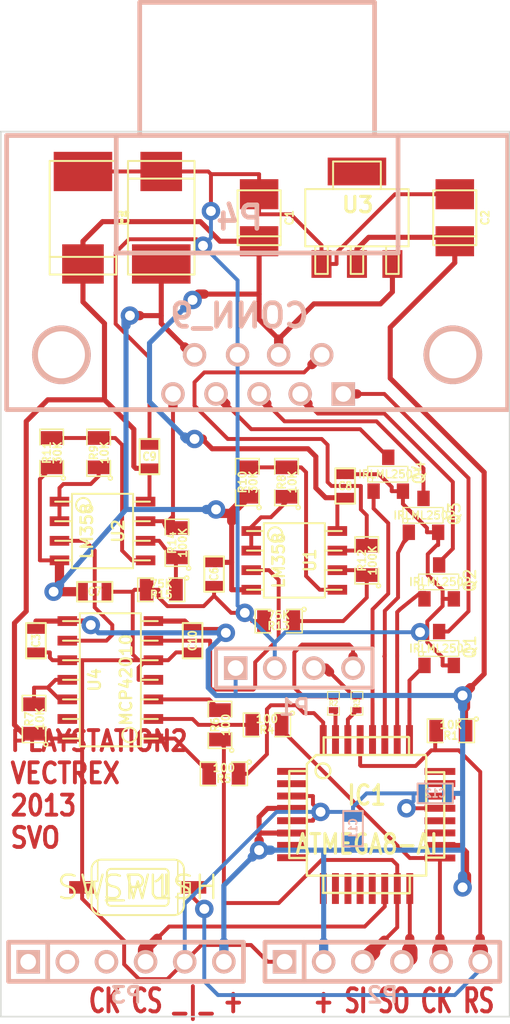
<source format=kicad_pcb>
(kicad_pcb (version 20171130) (host pcbnew "(5.1.12)-1")

  (general
    (thickness 1.6)
    (drawings 7)
    (tracks 554)
    (zones 0)
    (modules 41)
    (nets 37)
  )

  (page A3)
  (layers
    (0 F.Cu signal)
    (31 B.Cu signal)
    (32 B.Adhes user)
    (33 F.Adhes user hide)
    (34 B.Paste user)
    (35 F.Paste user)
    (36 B.SilkS user hide)
    (37 F.SilkS user)
    (38 B.Mask user)
    (39 F.Mask user)
    (40 Dwgs.User user)
    (41 Cmts.User user)
    (42 Eco1.User user)
    (43 Eco2.User user)
    (44 Edge.Cuts user)
  )

  (setup
    (last_trace_width 0.254)
    (user_trace_width 0.254)
    (user_trace_width 0.33)
    (user_trace_width 0.6)
    (user_trace_width 1)
    (trace_clearance 0.2)
    (zone_clearance 0.4)
    (zone_45_only no)
    (trace_min 0.2)
    (via_size 1.2)
    (via_drill 0.635)
    (via_min_size 1.2)
    (via_min_drill 0.508)
    (uvia_size 0.508)
    (uvia_drill 0.127)
    (uvias_allowed no)
    (uvia_min_size 0.508)
    (uvia_min_drill 0.127)
    (edge_width 0.1)
    (segment_width 0.2)
    (pcb_text_width 0.3)
    (pcb_text_size 1.5 1.5)
    (mod_edge_width 0.15)
    (mod_text_size 1 1)
    (mod_text_width 0.15)
    (pad_size 1.5 1.5)
    (pad_drill 0.6)
    (pad_to_mask_clearance 0)
    (aux_axis_origin 0 0)
    (visible_elements 7FFFFFBF)
    (pcbplotparams
      (layerselection 0x00030_ffffffff)
      (usegerberextensions true)
      (usegerberattributes true)
      (usegerberadvancedattributes true)
      (creategerberjobfile true)
      (excludeedgelayer true)
      (linewidth 0.150000)
      (plotframeref false)
      (viasonmask false)
      (mode 1)
      (useauxorigin false)
      (hpglpennumber 1)
      (hpglpenspeed 20)
      (hpglpendiameter 15.000000)
      (psnegative false)
      (psa4output false)
      (plotreference true)
      (plotvalue true)
      (plotinvisibletext false)
      (padsonsilk false)
      (subtractmaskfromsilk false)
      (outputformat 1)
      (mirror false)
      (drillshape 1)
      (scaleselection 1)
      (outputdirectory ""))
  )

  (net 0 "")
  (net 1 +3.3V)
  (net 2 +5V)
  (net 3 -5V)
  (net 4 /LBUTT1)
  (net 5 /LBUTT2)
  (net 6 /LBUTT3)
  (net 7 /LBUTT4)
  (net 8 /MISO)
  (net 9 /MOSI)
  (net 10 /POTX)
  (net 11 /POTY)
  (net 12 /RxD)
  (net 13 /SCK)
  (net 14 /TxD)
  (net 15 /VBUTT1)
  (net 16 /VBUTT2)
  (net 17 /VBUTT3)
  (net 18 /VBUTT4)
  (net 19 /VX)
  (net 20 /VY)
  (net 21 /~POTCS)
  (net 22 /~PS2CS)
  (net 23 /~RESET)
  (net 24 GND)
  (net 25 N-0000011)
  (net 26 N-0000012)
  (net 27 N-0000026)
  (net 28 N-0000027)
  (net 29 N-0000036)
  (net 30 N-0000037)
  (net 31 N-0000038)
  (net 32 N-0000045)
  (net 33 N-0000051)
  (net 34 N-000007)
  (net 35 N-000008)
  (net 36 N-000009)

  (net_class Default "This is the default net class."
    (clearance 0.2)
    (trace_width 0.254)
    (via_dia 1.2)
    (via_drill 0.635)
    (uvia_dia 0.508)
    (uvia_drill 0.127)
    (add_net +3.3V)
    (add_net +5V)
    (add_net -5V)
    (add_net /LBUTT1)
    (add_net /LBUTT2)
    (add_net /LBUTT3)
    (add_net /LBUTT4)
    (add_net /MISO)
    (add_net /MOSI)
    (add_net /POTX)
    (add_net /POTY)
    (add_net /RxD)
    (add_net /SCK)
    (add_net /TxD)
    (add_net /VBUTT1)
    (add_net /VBUTT2)
    (add_net /VBUTT3)
    (add_net /VBUTT4)
    (add_net /VX)
    (add_net /VY)
    (add_net /~POTCS)
    (add_net /~PS2CS)
    (add_net /~RESET)
    (add_net GND)
    (add_net N-0000011)
    (add_net N-0000012)
    (add_net N-0000026)
    (add_net N-0000027)
    (add_net N-0000036)
    (add_net N-0000037)
    (add_net N-0000038)
    (add_net N-0000045)
    (add_net N-0000051)
    (add_net N-000007)
    (add_net N-000008)
    (add_net N-000009)
  )

  (module TQFP32 (layer F.Cu) (tedit 43A670DA) (tstamp 529B86F7)
    (at 191.135 67.945)
    (path /529A7E4B)
    (fp_text reference IC1 (at 0 -1.27) (layer F.SilkS)
      (effects (font (size 1.27 1.016) (thickness 0.2032)))
    )
    (fp_text value ATMEGA8-AI (at 0 1.905) (layer F.SilkS)
      (effects (font (size 1.27 1.016) (thickness 0.2032)))
    )
    (fp_circle (center -2.83972 -2.86004) (end -2.43332 -2.60604) (layer F.SilkS) (width 0.1524))
    (fp_line (start -2.794 -3.8862) (end -2.794 -5.03428) (layer F.SilkS) (width 0.1524))
    (fp_line (start -5.02412 -2.8448) (end -3.87604 -2.8448) (layer F.SilkS) (width 0.1524))
    (fp_line (start -3.87604 -3.302) (end -3.29184 -3.8862) (layer F.SilkS) (width 0.1524))
    (fp_line (start -5.0292 2.794) (end -3.8862 2.794) (layer F.SilkS) (width 0.1524))
    (fp_line (start -5.0292 -2.8448) (end -5.0292 2.794) (layer F.SilkS) (width 0.1524))
    (fp_line (start -3.8862 3.937) (end 3.7338 3.937) (layer F.SilkS) (width 0.1524))
    (fp_line (start 3.8608 3.937) (end 3.8608 -3.7846) (layer F.SilkS) (width 0.1524))
    (fp_line (start -3.2512 -3.8862) (end 3.81 -3.8862) (layer F.SilkS) (width 0.1524))
    (fp_line (start 2.7432 -5.0292) (end 2.7432 -3.9878) (layer F.SilkS) (width 0.1524))
    (fp_line (start -3.8862 -3.2766) (end -3.8862 3.9116) (layer F.SilkS) (width 0.1524))
    (fp_line (start -2.794 -5.0292) (end 2.7178 -5.0546) (layer F.SilkS) (width 0.1524))
    (fp_line (start -2.8448 5.0546) (end 2.794 5.08) (layer F.SilkS) (width 0.1524))
    (fp_line (start -2.8194 3.9878) (end -2.8194 5.0546) (layer F.SilkS) (width 0.1524))
    (fp_line (start 2.794 3.9624) (end 2.794 5.0546) (layer F.SilkS) (width 0.1524))
    (fp_line (start 5.0292 2.7686) (end 5.0292 -2.7686) (layer F.SilkS) (width 0.1524))
    (fp_line (start 5.0292 -2.7686) (end 3.9116 -2.7686) (layer F.SilkS) (width 0.1524))
    (fp_line (start 5.0292 2.7686) (end 3.8862 2.7686) (layer F.SilkS) (width 0.1524))
    (pad 8 smd rect (at -4.81584 2.77622) (size 1.99898 0.44958) (layers F.Cu F.Paste F.Mask))
    (pad 7 smd rect (at -4.81584 1.97612) (size 1.99898 0.44958) (layers F.Cu F.Paste F.Mask))
    (pad 6 smd rect (at -4.81584 1.17602) (size 1.99898 0.44958) (layers F.Cu F.Paste F.Mask)
      (net 1 +3.3V))
    (pad 5 smd rect (at -4.81584 0.37592) (size 1.99898 0.44958) (layers F.Cu F.Paste F.Mask)
      (net 24 GND))
    (pad 4 smd rect (at -4.81584 -0.42418) (size 1.99898 0.44958) (layers F.Cu F.Paste F.Mask)
      (net 1 +3.3V))
    (pad 3 smd rect (at -4.81584 -1.22428) (size 1.99898 0.44958) (layers F.Cu F.Paste F.Mask)
      (net 24 GND))
    (pad 2 smd rect (at -4.81584 -2.02438) (size 1.99898 0.44958) (layers F.Cu F.Paste F.Mask))
    (pad 1 smd rect (at -4.81584 -2.82448) (size 1.99898 0.44958) (layers F.Cu F.Paste F.Mask))
    (pad 24 smd rect (at 4.7498 -2.8194) (size 1.99898 0.44958) (layers F.Cu F.Paste F.Mask))
    (pad 17 smd rect (at 4.7498 2.794) (size 1.99898 0.44958) (layers F.Cu F.Paste F.Mask)
      (net 13 /SCK))
    (pad 18 smd rect (at 4.7498 1.9812) (size 1.99898 0.44958) (layers F.Cu F.Paste F.Mask)
      (net 1 +3.3V))
    (pad 19 smd rect (at 4.7498 1.1684) (size 1.99898 0.44958) (layers F.Cu F.Paste F.Mask))
    (pad 20 smd rect (at 4.7498 0.381) (size 1.99898 0.44958) (layers F.Cu F.Paste F.Mask))
    (pad 21 smd rect (at 4.7498 -0.4318) (size 1.99898 0.44958) (layers F.Cu F.Paste F.Mask)
      (net 24 GND))
    (pad 22 smd rect (at 4.7498 -1.2192) (size 1.99898 0.44958) (layers F.Cu F.Paste F.Mask))
    (pad 23 smd rect (at 4.7498 -2.032) (size 1.99898 0.44958) (layers F.Cu F.Paste F.Mask))
    (pad 32 smd rect (at -2.82448 -4.826) (size 0.44958 1.99898) (layers F.Cu F.Paste F.Mask)
      (net 21 /~POTCS))
    (pad 31 smd rect (at -2.02692 -4.826) (size 0.44958 1.99898) (layers F.Cu F.Paste F.Mask)
      (net 14 /TxD))
    (pad 30 smd rect (at -1.22428 -4.826) (size 0.44958 1.99898) (layers F.Cu F.Paste F.Mask)
      (net 12 /RxD))
    (pad 29 smd rect (at -0.42672 -4.826) (size 0.44958 1.99898) (layers F.Cu F.Paste F.Mask)
      (net 23 /~RESET))
    (pad 28 smd rect (at 0.37592 -4.826) (size 0.44958 1.99898) (layers F.Cu F.Paste F.Mask)
      (net 7 /LBUTT4))
    (pad 27 smd rect (at 1.17348 -4.826) (size 0.44958 1.99898) (layers F.Cu F.Paste F.Mask)
      (net 6 /LBUTT3))
    (pad 26 smd rect (at 1.97612 -4.826) (size 0.44958 1.99898) (layers F.Cu F.Paste F.Mask)
      (net 5 /LBUTT2))
    (pad 25 smd rect (at 2.77368 -4.826) (size 0.44958 1.99898) (layers F.Cu F.Paste F.Mask)
      (net 4 /LBUTT1))
    (pad 9 smd rect (at -2.8194 4.7752) (size 0.44958 1.99898) (layers F.Cu F.Paste F.Mask))
    (pad 10 smd rect (at -2.032 4.7752) (size 0.44958 1.99898) (layers F.Cu F.Paste F.Mask))
    (pad 11 smd rect (at -1.2192 4.7752) (size 0.44958 1.99898) (layers F.Cu F.Paste F.Mask))
    (pad 12 smd rect (at -0.4318 4.7752) (size 0.44958 1.99898) (layers F.Cu F.Paste F.Mask))
    (pad 13 smd rect (at 0.3556 4.7752) (size 0.44958 1.99898) (layers F.Cu F.Paste F.Mask))
    (pad 14 smd rect (at 1.1684 4.7752) (size 0.44958 1.99898) (layers F.Cu F.Paste F.Mask)
      (net 22 /~PS2CS))
    (pad 15 smd rect (at 1.9812 4.7752) (size 0.44958 1.99898) (layers F.Cu F.Paste F.Mask)
      (net 9 /MOSI))
    (pad 16 smd rect (at 2.794 4.7752) (size 0.44958 1.99898) (layers F.Cu F.Paste F.Mask)
      (net 8 /MISO))
    (model smd/tqfp32.wrl
      (at (xyz 0 0 0))
      (scale (xyz 1 1 1))
      (rotate (xyz 0 0 0))
    )
  )

  (module SOT23 (layer F.Cu) (tedit 5051A6D7) (tstamp 529B8703)
    (at 192.532 45.847)
    (tags SOT23)
    (path /529BA909)
    (fp_text reference Q4 (at 1.99898 -0.09906 90) (layer F.SilkS)
      (effects (font (size 0.762 0.762) (thickness 0.11938)))
    )
    (fp_text value IRLML2502 (at 0.0635 0) (layer F.SilkS)
      (effects (font (size 0.50038 0.50038) (thickness 0.09906)))
    )
    (fp_line (start -1.3335 -0.508) (end 1.27 -0.508) (layer F.SilkS) (width 0.07874))
    (fp_line (start 1.27 0.508) (end -1.3335 0.508) (layer F.SilkS) (width 0.07874))
    (fp_line (start -1.3335 -0.508) (end -1.3335 0.508) (layer F.SilkS) (width 0.07874))
    (fp_line (start 1.27 -0.508) (end 1.27 0.508) (layer F.SilkS) (width 0.07874))
    (fp_circle (center -1.17602 0.35052) (end -1.30048 0.44958) (layer F.SilkS) (width 0.07874))
    (pad 3 smd rect (at 0 -1.09982) (size 0.8001 1.00076) (layers F.Cu F.Paste F.Mask)
      (net 18 /VBUTT4))
    (pad 2 smd rect (at 0.9525 1.09982) (size 0.8001 1.00076) (layers F.Cu F.Paste F.Mask)
      (net 24 GND))
    (pad 1 smd rect (at -0.9525 1.09982) (size 0.8001 1.00076) (layers F.Cu F.Paste F.Mask)
      (net 7 /LBUTT4))
    (model smd\SOT23_3.wrl
      (at (xyz 0 0 0))
      (scale (xyz 0.4 0.4 0.4))
      (rotate (xyz 0 0 180))
    )
  )

  (module SOT23 (layer F.Cu) (tedit 5051A6D7) (tstamp 529B870F)
    (at 194.818 48.514)
    (tags SOT23)
    (path /529BA903)
    (fp_text reference Q3 (at 1.99898 -0.09906 90) (layer F.SilkS)
      (effects (font (size 0.762 0.762) (thickness 0.11938)))
    )
    (fp_text value IRLML2502 (at 0.0635 0) (layer F.SilkS)
      (effects (font (size 0.50038 0.50038) (thickness 0.09906)))
    )
    (fp_line (start -1.3335 -0.508) (end 1.27 -0.508) (layer F.SilkS) (width 0.07874))
    (fp_line (start 1.27 0.508) (end -1.3335 0.508) (layer F.SilkS) (width 0.07874))
    (fp_line (start -1.3335 -0.508) (end -1.3335 0.508) (layer F.SilkS) (width 0.07874))
    (fp_line (start 1.27 -0.508) (end 1.27 0.508) (layer F.SilkS) (width 0.07874))
    (fp_circle (center -1.17602 0.35052) (end -1.30048 0.44958) (layer F.SilkS) (width 0.07874))
    (pad 3 smd rect (at 0 -1.09982) (size 0.8001 1.00076) (layers F.Cu F.Paste F.Mask)
      (net 17 /VBUTT3))
    (pad 2 smd rect (at 0.9525 1.09982) (size 0.8001 1.00076) (layers F.Cu F.Paste F.Mask)
      (net 24 GND))
    (pad 1 smd rect (at -0.9525 1.09982) (size 0.8001 1.00076) (layers F.Cu F.Paste F.Mask)
      (net 6 /LBUTT3))
    (model smd\SOT23_3.wrl
      (at (xyz 0 0 0))
      (scale (xyz 0.4 0.4 0.4))
      (rotate (xyz 0 0 180))
    )
  )

  (module SOT23 (layer F.Cu) (tedit 5051A6D7) (tstamp 529B871B)
    (at 195.834 57.15)
    (tags SOT23)
    (path /529BA8FD)
    (fp_text reference Q1 (at 1.99898 -0.09906 90) (layer F.SilkS)
      (effects (font (size 0.762 0.762) (thickness 0.11938)))
    )
    (fp_text value IRLML2502 (at 0.0635 0) (layer F.SilkS)
      (effects (font (size 0.50038 0.50038) (thickness 0.09906)))
    )
    (fp_line (start -1.3335 -0.508) (end 1.27 -0.508) (layer F.SilkS) (width 0.07874))
    (fp_line (start 1.27 0.508) (end -1.3335 0.508) (layer F.SilkS) (width 0.07874))
    (fp_line (start -1.3335 -0.508) (end -1.3335 0.508) (layer F.SilkS) (width 0.07874))
    (fp_line (start 1.27 -0.508) (end 1.27 0.508) (layer F.SilkS) (width 0.07874))
    (fp_circle (center -1.17602 0.35052) (end -1.30048 0.44958) (layer F.SilkS) (width 0.07874))
    (pad 3 smd rect (at 0 -1.09982) (size 0.8001 1.00076) (layers F.Cu F.Paste F.Mask)
      (net 15 /VBUTT1))
    (pad 2 smd rect (at 0.9525 1.09982) (size 0.8001 1.00076) (layers F.Cu F.Paste F.Mask)
      (net 24 GND))
    (pad 1 smd rect (at -0.9525 1.09982) (size 0.8001 1.00076) (layers F.Cu F.Paste F.Mask)
      (net 4 /LBUTT1))
    (model smd\SOT23_3.wrl
      (at (xyz 0 0 0))
      (scale (xyz 0.4 0.4 0.4))
      (rotate (xyz 0 0 180))
    )
  )

  (module SOT23 (layer F.Cu) (tedit 5051A6D7) (tstamp 529B8727)
    (at 195.834 52.832)
    (tags SOT23)
    (path /529BA5AA)
    (fp_text reference Q2 (at 1.99898 -0.09906 90) (layer F.SilkS)
      (effects (font (size 0.762 0.762) (thickness 0.11938)))
    )
    (fp_text value IRLML2502 (at 0.0635 0) (layer F.SilkS)
      (effects (font (size 0.50038 0.50038) (thickness 0.09906)))
    )
    (fp_line (start -1.3335 -0.508) (end 1.27 -0.508) (layer F.SilkS) (width 0.07874))
    (fp_line (start 1.27 0.508) (end -1.3335 0.508) (layer F.SilkS) (width 0.07874))
    (fp_line (start -1.3335 -0.508) (end -1.3335 0.508) (layer F.SilkS) (width 0.07874))
    (fp_line (start 1.27 -0.508) (end 1.27 0.508) (layer F.SilkS) (width 0.07874))
    (fp_circle (center -1.17602 0.35052) (end -1.30048 0.44958) (layer F.SilkS) (width 0.07874))
    (pad 3 smd rect (at 0 -1.09982) (size 0.8001 1.00076) (layers F.Cu F.Paste F.Mask)
      (net 16 /VBUTT2))
    (pad 2 smd rect (at 0.9525 1.09982) (size 0.8001 1.00076) (layers F.Cu F.Paste F.Mask)
      (net 24 GND))
    (pad 1 smd rect (at -0.9525 1.09982) (size 0.8001 1.00076) (layers F.Cu F.Paste F.Mask)
      (net 5 /LBUTT2))
    (model smd\SOT23_3.wrl
      (at (xyz 0 0 0))
      (scale (xyz 0.4 0.4 0.4))
      (rotate (xyz 0 0 180))
    )
  )

  (module sot223 (layer F.Cu) (tedit 49047669) (tstamp 529B873F)
    (at 190.5 29.21)
    (descr SOT223)
    (path /529B8CAB)
    (fp_text reference U3 (at 0.0508 -0.8382) (layer F.SilkS)
      (effects (font (size 1.00076 1.00076) (thickness 0.20066)))
    )
    (fp_text value NCP1117ST33T3G (at 0 1.0414) (layer F.SilkS) hide
      (effects (font (size 1.00076 1.00076) (thickness 0.20066)))
    )
    (fp_line (start 3.3528 -1.8542) (end 3.3528 1.8542) (layer F.SilkS) (width 0.127))
    (fp_line (start -3.3528 -1.8542) (end 3.3528 -1.8542) (layer F.SilkS) (width 0.127))
    (fp_line (start -3.3528 1.8542) (end -3.3528 -1.8542) (layer F.SilkS) (width 0.127))
    (fp_line (start 3.3528 1.8542) (end -3.3528 1.8542) (layer F.SilkS) (width 0.127))
    (fp_line (start -2.7051 3.6449) (end -2.7051 1.8542) (layer F.SilkS) (width 0.127))
    (fp_line (start -1.8923 3.6449) (end -1.8923 1.8542) (layer F.SilkS) (width 0.127))
    (fp_line (start -2.7051 3.6449) (end -1.8923 3.6449) (layer F.SilkS) (width 0.127))
    (fp_line (start -0.4064 3.6449) (end 0.4064 3.6449) (layer F.SilkS) (width 0.127))
    (fp_line (start 0.4064 3.6449) (end 0.4064 1.8542) (layer F.SilkS) (width 0.127))
    (fp_line (start -0.4064 3.6449) (end -0.4064 1.8542) (layer F.SilkS) (width 0.127))
    (fp_line (start 1.8923 3.6449) (end 1.8923 1.8542) (layer F.SilkS) (width 0.127))
    (fp_line (start 2.7051 3.6449) (end 2.7051 1.8542) (layer F.SilkS) (width 0.127))
    (fp_line (start 1.8923 3.6449) (end 2.7051 3.6449) (layer F.SilkS) (width 0.127))
    (fp_line (start -1.5494 -3.6449) (end -1.5494 -1.8542) (layer F.SilkS) (width 0.127))
    (fp_line (start 1.5494 -3.6449) (end 1.5494 -1.8542) (layer F.SilkS) (width 0.127))
    (fp_line (start -1.5494 -3.6449) (end 1.5494 -3.6449) (layer F.SilkS) (width 0.127))
    (pad 1 smd rect (at -2.30124 2.99974) (size 1.30048 1.80086) (layers F.Cu F.Paste F.Mask)
      (net 24 GND))
    (pad 2 smd rect (at 0 2.99974) (size 1.30048 1.80086) (layers F.Cu F.Paste F.Mask)
      (net 1 +3.3V))
    (pad 3 smd rect (at 2.30124 2.99974) (size 1.30048 1.80086) (layers F.Cu F.Paste F.Mask)
      (net 2 +5V))
    (pad 4 smd rect (at 0 -2.99974) (size 3.79984 1.80086) (layers F.Cu F.Paste F.Mask))
    (model walter/smd_trans/sot223.wrl
      (at (xyz 0 0 0))
      (scale (xyz 1 1 1))
      (rotate (xyz 0 0 0))
    )
  )

  (module so-8 (layer F.Cu) (tedit 48A6C16E) (tstamp 529B8758)
    (at 186.436 51.435 270)
    (descr SO-8)
    (path /529B2B65)
    (attr smd)
    (fp_text reference U1 (at 0 -1.016 270) (layer F.SilkS)
      (effects (font (size 0.7493 0.7493) (thickness 0.14986)))
    )
    (fp_text value LM358 (at 0 1.016 270) (layer F.SilkS)
      (effects (font (size 0.7493 0.7493) (thickness 0.14986)))
    )
    (fp_circle (center -1.6764 1.2446) (end -1.9558 1.6256) (layer F.SilkS) (width 0.127))
    (fp_line (start -1.905 3.0734) (end -1.905 1.9812) (layer F.SilkS) (width 0.127))
    (fp_line (start -0.635 3.0734) (end -0.635 1.9812) (layer F.SilkS) (width 0.127))
    (fp_line (start 0.635 3.0734) (end 0.635 1.9812) (layer F.SilkS) (width 0.127))
    (fp_line (start 1.905 1.9812) (end 1.905 3.0734) (layer F.SilkS) (width 0.127))
    (fp_line (start 1.905 -3.0734) (end 1.905 -1.9812) (layer F.SilkS) (width 0.127))
    (fp_line (start 0.635 -1.9812) (end 0.635 -3.0734) (layer F.SilkS) (width 0.127))
    (fp_line (start -0.635 -1.9812) (end -0.635 -3.0734) (layer F.SilkS) (width 0.127))
    (fp_line (start -1.905 -1.9812) (end -1.905 -3.0734) (layer F.SilkS) (width 0.127))
    (fp_line (start 2.413 -1.9812) (end -2.413 -1.9812) (layer F.SilkS) (width 0.127))
    (fp_line (start 2.413 1.9812) (end 2.413 -1.9812) (layer F.SilkS) (width 0.127))
    (fp_line (start -2.413 1.9812) (end 2.413 1.9812) (layer F.SilkS) (width 0.127))
    (fp_line (start -2.413 -1.9812) (end -2.413 1.9812) (layer F.SilkS) (width 0.127))
    (pad 1 smd rect (at -1.905 2.794 270) (size 0.635 1.27) (layers F.Cu F.Paste F.Mask)
      (net 36 N-000009))
    (pad 2 smd rect (at -0.635 2.794 270) (size 0.635 1.27) (layers F.Cu F.Paste F.Mask)
      (net 36 N-000009))
    (pad 3 smd rect (at 0.635 2.794 270) (size 0.635 1.27) (layers F.Cu F.Paste F.Mask)
      (net 10 /POTX))
    (pad 4 smd rect (at 1.905 2.794 270) (size 0.635 1.27) (layers F.Cu F.Paste F.Mask)
      (net 3 -5V))
    (pad 5 smd rect (at 1.905 -2.794 270) (size 0.635 1.27) (layers F.Cu F.Paste F.Mask)
      (net 26 N-0000012))
    (pad 6 smd rect (at 0.635 -2.794 270) (size 0.635 1.27) (layers F.Cu F.Paste F.Mask)
      (net 25 N-0000011))
    (pad 7 smd rect (at -0.635 -2.794 270) (size 0.635 1.27) (layers F.Cu F.Paste F.Mask)
      (net 20 /VY))
    (pad 8 smd rect (at -1.905 -2.794 270) (size 0.635 1.27) (layers F.Cu F.Paste F.Mask)
      (net 2 +5V))
    (model smd/smd_dil/so-8.wrl
      (at (xyz 0 0 0))
      (scale (xyz 1 1 1))
      (rotate (xyz 0 0 0))
    )
  )

  (module so-8 (layer F.Cu) (tedit 48A6C16E) (tstamp 529B8771)
    (at 173.99 49.53 270)
    (descr SO-8)
    (path /529B7747)
    (attr smd)
    (fp_text reference U2 (at 0 -1.016 270) (layer F.SilkS)
      (effects (font (size 0.7493 0.7493) (thickness 0.14986)))
    )
    (fp_text value LM358 (at 0 1.016 270) (layer F.SilkS)
      (effects (font (size 0.7493 0.7493) (thickness 0.14986)))
    )
    (fp_circle (center -1.6764 1.2446) (end -1.9558 1.6256) (layer F.SilkS) (width 0.127))
    (fp_line (start -1.905 3.0734) (end -1.905 1.9812) (layer F.SilkS) (width 0.127))
    (fp_line (start -0.635 3.0734) (end -0.635 1.9812) (layer F.SilkS) (width 0.127))
    (fp_line (start 0.635 3.0734) (end 0.635 1.9812) (layer F.SilkS) (width 0.127))
    (fp_line (start 1.905 1.9812) (end 1.905 3.0734) (layer F.SilkS) (width 0.127))
    (fp_line (start 1.905 -3.0734) (end 1.905 -1.9812) (layer F.SilkS) (width 0.127))
    (fp_line (start 0.635 -1.9812) (end 0.635 -3.0734) (layer F.SilkS) (width 0.127))
    (fp_line (start -0.635 -1.9812) (end -0.635 -3.0734) (layer F.SilkS) (width 0.127))
    (fp_line (start -1.905 -1.9812) (end -1.905 -3.0734) (layer F.SilkS) (width 0.127))
    (fp_line (start 2.413 -1.9812) (end -2.413 -1.9812) (layer F.SilkS) (width 0.127))
    (fp_line (start 2.413 1.9812) (end 2.413 -1.9812) (layer F.SilkS) (width 0.127))
    (fp_line (start -2.413 1.9812) (end 2.413 1.9812) (layer F.SilkS) (width 0.127))
    (fp_line (start -2.413 -1.9812) (end -2.413 1.9812) (layer F.SilkS) (width 0.127))
    (pad 1 smd rect (at -1.905 2.794 270) (size 0.635 1.27) (layers F.Cu F.Paste F.Mask)
      (net 30 N-0000037))
    (pad 2 smd rect (at -0.635 2.794 270) (size 0.635 1.27) (layers F.Cu F.Paste F.Mask)
      (net 30 N-0000037))
    (pad 3 smd rect (at 0.635 2.794 270) (size 0.635 1.27) (layers F.Cu F.Paste F.Mask)
      (net 11 /POTY))
    (pad 4 smd rect (at 1.905 2.794 270) (size 0.635 1.27) (layers F.Cu F.Paste F.Mask)
      (net 3 -5V))
    (pad 5 smd rect (at 1.905 -2.794 270) (size 0.635 1.27) (layers F.Cu F.Paste F.Mask)
      (net 31 N-0000038))
    (pad 6 smd rect (at 0.635 -2.794 270) (size 0.635 1.27) (layers F.Cu F.Paste F.Mask)
      (net 32 N-0000045))
    (pad 7 smd rect (at -0.635 -2.794 270) (size 0.635 1.27) (layers F.Cu F.Paste F.Mask)
      (net 19 /VX))
    (pad 8 smd rect (at -1.905 -2.794 270) (size 0.635 1.27) (layers F.Cu F.Paste F.Mask)
      (net 2 +5V))
    (model smd/smd_dil/so-8.wrl
      (at (xyz 0 0 0))
      (scale (xyz 1 1 1))
      (rotate (xyz 0 0 0))
    )
  )

  (module so-14 (layer F.Cu) (tedit 48A6BF8F) (tstamp 529B8796)
    (at 174.498 59.182 90)
    (descr SO-14)
    (path /529A8078)
    (attr smd)
    (fp_text reference U4 (at 0 -1.016 90) (layer F.SilkS)
      (effects (font (size 0.7493 0.7493) (thickness 0.14986)))
    )
    (fp_text value MCP42010 (at 0 1.016 90) (layer F.SilkS)
      (effects (font (size 0.7493 0.7493) (thickness 0.14986)))
    )
    (fp_circle (center -3.5814 1.2446) (end -3.8608 1.6256) (layer F.SilkS) (width 0.127))
    (fp_line (start -1.27 3.0734) (end -1.27 1.9812) (layer F.SilkS) (width 0.127))
    (fp_line (start 0 3.0734) (end 0 1.9812) (layer F.SilkS) (width 0.127))
    (fp_line (start 1.27 3.0734) (end 1.27 1.9812) (layer F.SilkS) (width 0.127))
    (fp_line (start -2.54 3.0734) (end -2.54 1.9812) (layer F.SilkS) (width 0.127))
    (fp_line (start -3.81 1.9812) (end -3.81 3.0734) (layer F.SilkS) (width 0.127))
    (fp_line (start 2.54 1.9812) (end 2.54 3.0734) (layer F.SilkS) (width 0.127))
    (fp_line (start 3.81 1.9812) (end 3.81 3.0734) (layer F.SilkS) (width 0.127))
    (fp_line (start 3.81 -3.0734) (end 3.81 -1.9812) (layer F.SilkS) (width 0.127))
    (fp_line (start 2.54 -3.0734) (end 2.54 -1.9812) (layer F.SilkS) (width 0.127))
    (fp_line (start 1.27 -3.0734) (end 1.27 -1.9812) (layer F.SilkS) (width 0.127))
    (fp_line (start -3.81 -1.9812) (end -3.81 -3.0734) (layer F.SilkS) (width 0.127))
    (fp_line (start 0 -1.9812) (end 0 -3.0734) (layer F.SilkS) (width 0.127))
    (fp_line (start -1.27 -1.9812) (end -1.27 -3.0734) (layer F.SilkS) (width 0.127))
    (fp_line (start -2.54 -1.9812) (end -2.54 -3.0734) (layer F.SilkS) (width 0.127))
    (fp_line (start 4.318 -1.9812) (end -4.318 -1.9812) (layer F.SilkS) (width 0.127))
    (fp_line (start 4.318 1.9812) (end 4.318 -1.9812) (layer F.SilkS) (width 0.127))
    (fp_line (start -4.318 1.9812) (end 4.318 1.9812) (layer F.SilkS) (width 0.127))
    (fp_line (start -4.318 -1.9812) (end -4.318 1.9812) (layer F.SilkS) (width 0.127))
    (pad 1 smd rect (at -3.81 2.794 90) (size 0.635 1.27) (layers F.Cu F.Paste F.Mask)
      (net 35 N-000008))
    (pad 2 smd rect (at -2.54 2.794 90) (size 0.635 1.27) (layers F.Cu F.Paste F.Mask)
      (net 33 N-0000051))
    (pad 3 smd rect (at -1.27 2.794 90) (size 0.635 1.27) (layers F.Cu F.Paste F.Mask)
      (net 29 N-0000036))
    (pad 4 smd rect (at 0 2.794 90) (size 0.635 1.27) (layers F.Cu F.Paste F.Mask)
      (net 24 GND))
    (pad 5 smd rect (at 1.27 2.794 90) (size 0.635 1.27) (layers F.Cu F.Paste F.Mask)
      (net 24 GND))
    (pad 6 smd rect (at 2.54 2.794 90) (size 0.635 1.27) (layers F.Cu F.Paste F.Mask)
      (net 10 /POTX))
    (pad 7 smd rect (at 3.81 2.794 90) (size 0.635 1.27) (layers F.Cu F.Paste F.Mask)
      (net 1 +3.3V))
    (pad 8 smd rect (at 3.81 -2.794 90) (size 0.635 1.27) (layers F.Cu F.Paste F.Mask)
      (net 1 +3.3V))
    (pad 9 smd rect (at 2.54 -2.794 90) (size 0.635 1.27) (layers F.Cu F.Paste F.Mask)
      (net 11 /POTY))
    (pad 10 smd rect (at 1.27 -2.794 90) (size 0.635 1.27) (layers F.Cu F.Paste F.Mask)
      (net 24 GND))
    (pad 11 smd rect (at 0 -2.794 90) (size 0.635 1.27) (layers F.Cu F.Paste F.Mask)
      (net 34 N-000007))
    (pad 12 smd rect (at -1.27 -2.794 90) (size 0.635 1.27) (layers F.Cu F.Paste F.Mask)
      (net 34 N-000007))
    (pad 13 smd rect (at -2.54 -2.794 90) (size 0.635 1.27) (layers F.Cu F.Paste F.Mask))
    (pad 14 smd rect (at -3.81 -2.794 90) (size 0.635 1.27) (layers F.Cu F.Paste F.Mask)
      (net 2 +5V))
    (model smd/smd_dil/so-14.wrl
      (at (xyz 0 0 0))
      (scale (xyz 1 1 1))
      (rotate (xyz 0 0 0))
    )
  )

  (module SM0805 (layer F.Cu) (tedit 5091495C) (tstamp 529B8F61)
    (at 170.688 44.45 90)
    (path /529B7759)
    (attr smd)
    (fp_text reference R11 (at 0 -0.3175 90) (layer F.SilkS)
      (effects (font (size 0.50038 0.50038) (thickness 0.10922)))
    )
    (fp_text value 30K (at 0 0.381 90) (layer F.SilkS)
      (effects (font (size 0.50038 0.50038) (thickness 0.10922)))
    )
    (fp_line (start 1.524 0.762) (end 0.508 0.762) (layer F.SilkS) (width 0.09906))
    (fp_line (start 1.524 -0.762) (end 1.524 0.762) (layer F.SilkS) (width 0.09906))
    (fp_line (start 0.508 -0.762) (end 1.524 -0.762) (layer F.SilkS) (width 0.09906))
    (fp_line (start -1.524 -0.762) (end -0.508 -0.762) (layer F.SilkS) (width 0.09906))
    (fp_line (start -1.524 0.762) (end -1.524 -0.762) (layer F.SilkS) (width 0.09906))
    (fp_line (start -0.508 0.762) (end -1.524 0.762) (layer F.SilkS) (width 0.09906))
    (fp_circle (center -1.651 0.762) (end -1.651 0.635) (layer F.SilkS) (width 0.09906))
    (pad 1 smd rect (at -0.9525 0 90) (size 0.889 1.397) (layers F.Cu F.Paste F.Mask)
      (net 3 -5V))
    (pad 2 smd rect (at 0.9525 0 90) (size 0.889 1.397) (layers F.Cu F.Paste F.Mask)
      (net 31 N-0000038))
    (model smd/chip_cms.wrl
      (at (xyz 0 0 0))
      (scale (xyz 0.1 0.1 0.1))
      (rotate (xyz 0 0 0))
    )
  )

  (module SM0805 (layer F.Cu) (tedit 5091495C) (tstamp 529B87B0)
    (at 196.596 62.484 180)
    (path /529A81AF)
    (attr smd)
    (fp_text reference R1 (at 0 -0.3175 180) (layer F.SilkS)
      (effects (font (size 0.50038 0.50038) (thickness 0.10922)))
    )
    (fp_text value 10K (at 0 0.381 180) (layer F.SilkS)
      (effects (font (size 0.50038 0.50038) (thickness 0.10922)))
    )
    (fp_line (start 1.524 0.762) (end 0.508 0.762) (layer F.SilkS) (width 0.09906))
    (fp_line (start 1.524 -0.762) (end 1.524 0.762) (layer F.SilkS) (width 0.09906))
    (fp_line (start 0.508 -0.762) (end 1.524 -0.762) (layer F.SilkS) (width 0.09906))
    (fp_line (start -1.524 -0.762) (end -0.508 -0.762) (layer F.SilkS) (width 0.09906))
    (fp_line (start -1.524 0.762) (end -1.524 -0.762) (layer F.SilkS) (width 0.09906))
    (fp_line (start -0.508 0.762) (end -1.524 0.762) (layer F.SilkS) (width 0.09906))
    (fp_circle (center -1.651 0.762) (end -1.651 0.635) (layer F.SilkS) (width 0.09906))
    (pad 1 smd rect (at -0.9525 0 180) (size 0.889 1.397) (layers F.Cu F.Paste F.Mask)
      (net 1 +3.3V))
    (pad 2 smd rect (at 0.9525 0 180) (size 0.889 1.397) (layers F.Cu F.Paste F.Mask)
      (net 23 /~RESET))
    (model smd/chip_cms.wrl
      (at (xyz 0 0 0))
      (scale (xyz 0.1 0.1 0.1))
      (rotate (xyz 0 0 0))
    )
  )

  (module SM0805 (layer F.Cu) (tedit 5091495C) (tstamp 529B87BD)
    (at 169.545 61.722 90)
    (path /529A8593)
    (attr smd)
    (fp_text reference R7 (at 0 -0.3175 90) (layer F.SilkS)
      (effects (font (size 0.50038 0.50038) (thickness 0.10922)))
    )
    (fp_text value 10K (at 0 0.381 90) (layer F.SilkS)
      (effects (font (size 0.50038 0.50038) (thickness 0.10922)))
    )
    (fp_line (start 1.524 0.762) (end 0.508 0.762) (layer F.SilkS) (width 0.09906))
    (fp_line (start 1.524 -0.762) (end 1.524 0.762) (layer F.SilkS) (width 0.09906))
    (fp_line (start 0.508 -0.762) (end 1.524 -0.762) (layer F.SilkS) (width 0.09906))
    (fp_line (start -1.524 -0.762) (end -0.508 -0.762) (layer F.SilkS) (width 0.09906))
    (fp_line (start -1.524 0.762) (end -1.524 -0.762) (layer F.SilkS) (width 0.09906))
    (fp_line (start -0.508 0.762) (end -1.524 0.762) (layer F.SilkS) (width 0.09906))
    (fp_circle (center -1.651 0.762) (end -1.651 0.635) (layer F.SilkS) (width 0.09906))
    (pad 1 smd rect (at -0.9525 0 90) (size 0.889 1.397) (layers F.Cu F.Paste F.Mask)
      (net 2 +5V))
    (pad 2 smd rect (at 0.9525 0 90) (size 0.889 1.397) (layers F.Cu F.Paste F.Mask)
      (net 34 N-000007))
    (model smd/chip_cms.wrl
      (at (xyz 0 0 0))
      (scale (xyz 0.1 0.1 0.1))
      (rotate (xyz 0 0 0))
    )
  )

  (module SM0805 (layer F.Cu) (tedit 5091495C) (tstamp 529B87F1)
    (at 177.8 53.34 180)
    (path /529B7765)
    (attr smd)
    (fp_text reference R15 (at 0 -0.3175 180) (layer F.SilkS)
      (effects (font (size 0.50038 0.50038) (thickness 0.10922)))
    )
    (fp_text value 75K (at 0 0.381 180) (layer F.SilkS)
      (effects (font (size 0.50038 0.50038) (thickness 0.10922)))
    )
    (fp_line (start 1.524 0.762) (end 0.508 0.762) (layer F.SilkS) (width 0.09906))
    (fp_line (start 1.524 -0.762) (end 1.524 0.762) (layer F.SilkS) (width 0.09906))
    (fp_line (start 0.508 -0.762) (end 1.524 -0.762) (layer F.SilkS) (width 0.09906))
    (fp_line (start -1.524 -0.762) (end -0.508 -0.762) (layer F.SilkS) (width 0.09906))
    (fp_line (start -1.524 0.762) (end -1.524 -0.762) (layer F.SilkS) (width 0.09906))
    (fp_line (start -0.508 0.762) (end -1.524 0.762) (layer F.SilkS) (width 0.09906))
    (fp_circle (center -1.651 0.762) (end -1.651 0.635) (layer F.SilkS) (width 0.09906))
    (pad 1 smd rect (at -0.9525 0 180) (size 0.889 1.397) (layers F.Cu F.Paste F.Mask)
      (net 32 N-0000045))
    (pad 2 smd rect (at 0.9525 0 180) (size 0.889 1.397) (layers F.Cu F.Paste F.Mask)
      (net 24 GND))
    (model smd/chip_cms.wrl
      (at (xyz 0 0 0))
      (scale (xyz 0.1 0.1 0.1))
      (rotate (xyz 0 0 0))
    )
  )

  (module SM0805 (layer F.Cu) (tedit 5091495C) (tstamp 529B87FE)
    (at 178.816 50.292 90)
    (path /529B775F)
    (attr smd)
    (fp_text reference R14 (at 0 -0.3175 90) (layer F.SilkS)
      (effects (font (size 0.50038 0.50038) (thickness 0.10922)))
    )
    (fp_text value 100K (at 0 0.381 90) (layer F.SilkS)
      (effects (font (size 0.50038 0.50038) (thickness 0.10922)))
    )
    (fp_line (start 1.524 0.762) (end 0.508 0.762) (layer F.SilkS) (width 0.09906))
    (fp_line (start 1.524 -0.762) (end 1.524 0.762) (layer F.SilkS) (width 0.09906))
    (fp_line (start 0.508 -0.762) (end 1.524 -0.762) (layer F.SilkS) (width 0.09906))
    (fp_line (start -1.524 -0.762) (end -0.508 -0.762) (layer F.SilkS) (width 0.09906))
    (fp_line (start -1.524 0.762) (end -1.524 -0.762) (layer F.SilkS) (width 0.09906))
    (fp_line (start -0.508 0.762) (end -1.524 0.762) (layer F.SilkS) (width 0.09906))
    (fp_circle (center -1.651 0.762) (end -1.651 0.635) (layer F.SilkS) (width 0.09906))
    (pad 1 smd rect (at -0.9525 0 90) (size 0.889 1.397) (layers F.Cu F.Paste F.Mask)
      (net 32 N-0000045))
    (pad 2 smd rect (at 0.9525 0 90) (size 0.889 1.397) (layers F.Cu F.Paste F.Mask)
      (net 19 /VX))
    (model smd/chip_cms.wrl
      (at (xyz 0 0 0))
      (scale (xyz 0.1 0.1 0.1))
      (rotate (xyz 0 0 0))
    )
  )

  (module SM0805 (layer F.Cu) (tedit 5091495C) (tstamp 529B8818)
    (at 173.736 44.45 90)
    (path /529B7753)
    (attr smd)
    (fp_text reference R9 (at 0 -0.3175 90) (layer F.SilkS)
      (effects (font (size 0.50038 0.50038) (thickness 0.10922)))
    )
    (fp_text value 10K (at 0 0.381 90) (layer F.SilkS)
      (effects (font (size 0.50038 0.50038) (thickness 0.10922)))
    )
    (fp_line (start 1.524 0.762) (end 0.508 0.762) (layer F.SilkS) (width 0.09906))
    (fp_line (start 1.524 -0.762) (end 1.524 0.762) (layer F.SilkS) (width 0.09906))
    (fp_line (start 0.508 -0.762) (end 1.524 -0.762) (layer F.SilkS) (width 0.09906))
    (fp_line (start -1.524 -0.762) (end -0.508 -0.762) (layer F.SilkS) (width 0.09906))
    (fp_line (start -1.524 0.762) (end -1.524 -0.762) (layer F.SilkS) (width 0.09906))
    (fp_line (start -0.508 0.762) (end -1.524 0.762) (layer F.SilkS) (width 0.09906))
    (fp_circle (center -1.651 0.762) (end -1.651 0.635) (layer F.SilkS) (width 0.09906))
    (pad 1 smd rect (at -0.9525 0 90) (size 0.889 1.397) (layers F.Cu F.Paste F.Mask)
      (net 30 N-0000037))
    (pad 2 smd rect (at 0.9525 0 90) (size 0.889 1.397) (layers F.Cu F.Paste F.Mask)
      (net 31 N-0000038))
    (model smd/chip_cms.wrl
      (at (xyz 0 0 0))
      (scale (xyz 0.1 0.1 0.1))
      (rotate (xyz 0 0 0))
    )
  )

  (module SM0805 (layer F.Cu) (tedit 5091495C) (tstamp 529B8825)
    (at 191.135 51.435 90)
    (path /529B5DC6)
    (attr smd)
    (fp_text reference R12 (at 0 -0.3175 90) (layer F.SilkS)
      (effects (font (size 0.50038 0.50038) (thickness 0.10922)))
    )
    (fp_text value 100K (at 0 0.381 90) (layer F.SilkS)
      (effects (font (size 0.50038 0.50038) (thickness 0.10922)))
    )
    (fp_line (start 1.524 0.762) (end 0.508 0.762) (layer F.SilkS) (width 0.09906))
    (fp_line (start 1.524 -0.762) (end 1.524 0.762) (layer F.SilkS) (width 0.09906))
    (fp_line (start 0.508 -0.762) (end 1.524 -0.762) (layer F.SilkS) (width 0.09906))
    (fp_line (start -1.524 -0.762) (end -0.508 -0.762) (layer F.SilkS) (width 0.09906))
    (fp_line (start -1.524 0.762) (end -1.524 -0.762) (layer F.SilkS) (width 0.09906))
    (fp_line (start -0.508 0.762) (end -1.524 0.762) (layer F.SilkS) (width 0.09906))
    (fp_circle (center -1.651 0.762) (end -1.651 0.635) (layer F.SilkS) (width 0.09906))
    (pad 1 smd rect (at -0.9525 0 90) (size 0.889 1.397) (layers F.Cu F.Paste F.Mask)
      (net 25 N-0000011))
    (pad 2 smd rect (at 0.9525 0 90) (size 0.889 1.397) (layers F.Cu F.Paste F.Mask)
      (net 20 /VY))
    (model smd/chip_cms.wrl
      (at (xyz 0 0 0))
      (scale (xyz 0.1 0.1 0.1))
      (rotate (xyz 0 0 0))
    )
  )

  (module SM0805 (layer F.Cu) (tedit 5091495C) (tstamp 529BA443)
    (at 185.928 46.355 90)
    (path /529B5CC9)
    (attr smd)
    (fp_text reference R8 (at 0 -0.3175 90) (layer F.SilkS)
      (effects (font (size 0.50038 0.50038) (thickness 0.10922)))
    )
    (fp_text value 10K (at 0 0.381 90) (layer F.SilkS)
      (effects (font (size 0.50038 0.50038) (thickness 0.10922)))
    )
    (fp_line (start 1.524 0.762) (end 0.508 0.762) (layer F.SilkS) (width 0.09906))
    (fp_line (start 1.524 -0.762) (end 1.524 0.762) (layer F.SilkS) (width 0.09906))
    (fp_line (start 0.508 -0.762) (end 1.524 -0.762) (layer F.SilkS) (width 0.09906))
    (fp_line (start -1.524 -0.762) (end -0.508 -0.762) (layer F.SilkS) (width 0.09906))
    (fp_line (start -1.524 0.762) (end -1.524 -0.762) (layer F.SilkS) (width 0.09906))
    (fp_line (start -0.508 0.762) (end -1.524 0.762) (layer F.SilkS) (width 0.09906))
    (fp_circle (center -1.651 0.762) (end -1.651 0.635) (layer F.SilkS) (width 0.09906))
    (pad 1 smd rect (at -0.9525 0 90) (size 0.889 1.397) (layers F.Cu F.Paste F.Mask)
      (net 36 N-000009))
    (pad 2 smd rect (at 0.9525 0 90) (size 0.889 1.397) (layers F.Cu F.Paste F.Mask)
      (net 26 N-0000012))
    (model smd/chip_cms.wrl
      (at (xyz 0 0 0))
      (scale (xyz 0.1 0.1 0.1))
      (rotate (xyz 0 0 0))
    )
  )

  (module SM0805 (layer F.Cu) (tedit 5091495C) (tstamp 529B91F6)
    (at 183.388 46.355 90)
    (path /529B5CF2)
    (attr smd)
    (fp_text reference R10 (at 0 -0.3175 90) (layer F.SilkS)
      (effects (font (size 0.50038 0.50038) (thickness 0.10922)))
    )
    (fp_text value 30K (at 0 0.381 90) (layer F.SilkS)
      (effects (font (size 0.50038 0.50038) (thickness 0.10922)))
    )
    (fp_line (start 1.524 0.762) (end 0.508 0.762) (layer F.SilkS) (width 0.09906))
    (fp_line (start 1.524 -0.762) (end 1.524 0.762) (layer F.SilkS) (width 0.09906))
    (fp_line (start 0.508 -0.762) (end 1.524 -0.762) (layer F.SilkS) (width 0.09906))
    (fp_line (start -1.524 -0.762) (end -0.508 -0.762) (layer F.SilkS) (width 0.09906))
    (fp_line (start -1.524 0.762) (end -1.524 -0.762) (layer F.SilkS) (width 0.09906))
    (fp_line (start -0.508 0.762) (end -1.524 0.762) (layer F.SilkS) (width 0.09906))
    (fp_circle (center -1.651 0.762) (end -1.651 0.635) (layer F.SilkS) (width 0.09906))
    (pad 1 smd rect (at -0.9525 0 90) (size 0.889 1.397) (layers F.Cu F.Paste F.Mask)
      (net 3 -5V))
    (pad 2 smd rect (at 0.9525 0 90) (size 0.889 1.397) (layers F.Cu F.Paste F.Mask)
      (net 26 N-0000012))
    (model smd/chip_cms.wrl
      (at (xyz 0 0 0))
      (scale (xyz 0.1 0.1 0.1))
      (rotate (xyz 0 0 0))
    )
  )

  (module SM0805 (layer F.Cu) (tedit 5091495C) (tstamp 529B8859)
    (at 185.42 55.372 180)
    (path /529B5DCC)
    (attr smd)
    (fp_text reference R13 (at 0 -0.3175 180) (layer F.SilkS)
      (effects (font (size 0.50038 0.50038) (thickness 0.10922)))
    )
    (fp_text value 75K (at 0 0.381 180) (layer F.SilkS)
      (effects (font (size 0.50038 0.50038) (thickness 0.10922)))
    )
    (fp_line (start 1.524 0.762) (end 0.508 0.762) (layer F.SilkS) (width 0.09906))
    (fp_line (start 1.524 -0.762) (end 1.524 0.762) (layer F.SilkS) (width 0.09906))
    (fp_line (start 0.508 -0.762) (end 1.524 -0.762) (layer F.SilkS) (width 0.09906))
    (fp_line (start -1.524 -0.762) (end -0.508 -0.762) (layer F.SilkS) (width 0.09906))
    (fp_line (start -1.524 0.762) (end -1.524 -0.762) (layer F.SilkS) (width 0.09906))
    (fp_line (start -0.508 0.762) (end -1.524 0.762) (layer F.SilkS) (width 0.09906))
    (fp_circle (center -1.651 0.762) (end -1.651 0.635) (layer F.SilkS) (width 0.09906))
    (pad 1 smd rect (at -0.9525 0 180) (size 0.889 1.397) (layers F.Cu F.Paste F.Mask)
      (net 25 N-0000011))
    (pad 2 smd rect (at 0.9525 0 180) (size 0.889 1.397) (layers F.Cu F.Paste F.Mask)
      (net 24 GND))
    (model smd/chip_cms.wrl
      (at (xyz 0 0 0))
      (scale (xyz 0.1 0.1 0.1))
      (rotate (xyz 0 0 0))
    )
  )

  (module SM0603 (layer F.Cu) (tedit 529B9220) (tstamp 529B8863)
    (at 177.038 44.704 90)
    (path /529B777E)
    (attr smd)
    (fp_text reference C9 (at 0 0 180) (layer F.SilkS)
      (effects (font (size 0.508 0.4572) (thickness 0.1143)))
    )
    (fp_text value 0.1 (at 0 0 90) (layer F.SilkS) hide
      (effects (font (size 0.508 0.4572) (thickness 0.1143)))
    )
    (fp_line (start -1.143 0.635) (end -1.143 -0.635) (layer F.SilkS) (width 0.127))
    (fp_line (start 1.143 0.635) (end -1.143 0.635) (layer F.SilkS) (width 0.127))
    (fp_line (start 1.143 -0.635) (end 1.143 0.635) (layer F.SilkS) (width 0.127))
    (fp_line (start -1.143 -0.635) (end 1.143 -0.635) (layer F.SilkS) (width 0.127))
    (pad 1 smd rect (at -0.762 0 90) (size 0.635 1.143) (layers F.Cu F.Paste F.Mask)
      (net 2 +5V))
    (pad 2 smd rect (at 0.762 0 90) (size 0.635 1.143) (layers F.Cu F.Paste F.Mask)
      (net 24 GND))
    (model smd\resistors\R0603.wrl
      (offset (xyz 0 0 0.02539999961853028))
      (scale (xyz 0.5 0.5 0.5))
      (rotate (xyz 0 0 0))
    )
  )

  (module SM0603 (layer F.Cu) (tedit 4E43A3D1) (tstamp 529B886D)
    (at 173.482 53.467)
    (path /529B778A)
    (attr smd)
    (fp_text reference C7 (at 0 0) (layer F.SilkS)
      (effects (font (size 0.508 0.4572) (thickness 0.1143)))
    )
    (fp_text value 0.1 (at 0 0) (layer F.SilkS) hide
      (effects (font (size 0.508 0.4572) (thickness 0.1143)))
    )
    (fp_line (start -1.143 0.635) (end -1.143 -0.635) (layer F.SilkS) (width 0.127))
    (fp_line (start 1.143 0.635) (end -1.143 0.635) (layer F.SilkS) (width 0.127))
    (fp_line (start 1.143 -0.635) (end 1.143 0.635) (layer F.SilkS) (width 0.127))
    (fp_line (start -1.143 -0.635) (end 1.143 -0.635) (layer F.SilkS) (width 0.127))
    (pad 1 smd rect (at -0.762 0) (size 0.635 1.143) (layers F.Cu F.Paste F.Mask)
      (net 3 -5V))
    (pad 2 smd rect (at 0.762 0) (size 0.635 1.143) (layers F.Cu F.Paste F.Mask)
      (net 24 GND))
    (model smd\resistors\R0603.wrl
      (offset (xyz 0 0 0.02539999961853028))
      (scale (xyz 0.5 0.5 0.5))
      (rotate (xyz 0 0 0))
    )
  )

  (module SM0603 (layer F.Cu) (tedit 529B9251) (tstamp 529B8877)
    (at 189.738 46.609 90)
    (path /529B6124)
    (attr smd)
    (fp_text reference C8 (at 0 0 180) (layer F.SilkS)
      (effects (font (size 0.508 0.4572) (thickness 0.1143)))
    )
    (fp_text value 0.1 (at 0 0 90) (layer F.SilkS) hide
      (effects (font (size 0.508 0.4572) (thickness 0.1143)))
    )
    (fp_line (start -1.143 0.635) (end -1.143 -0.635) (layer F.SilkS) (width 0.127))
    (fp_line (start 1.143 0.635) (end -1.143 0.635) (layer F.SilkS) (width 0.127))
    (fp_line (start 1.143 -0.635) (end 1.143 0.635) (layer F.SilkS) (width 0.127))
    (fp_line (start -1.143 -0.635) (end 1.143 -0.635) (layer F.SilkS) (width 0.127))
    (pad 1 smd rect (at -0.762 0 90) (size 0.635 1.143) (layers F.Cu F.Paste F.Mask)
      (net 2 +5V))
    (pad 2 smd rect (at 0.762 0 90) (size 0.635 1.143) (layers F.Cu F.Paste F.Mask)
      (net 24 GND))
    (model smd\resistors\R0603.wrl
      (offset (xyz 0 0 0.02539999961853028))
      (scale (xyz 0.5 0.5 0.5))
      (rotate (xyz 0 0 0))
    )
  )

  (module SM0603 (layer F.Cu) (tedit 4E43A3D1) (tstamp 529B8881)
    (at 181.229 52.324 270)
    (path /529B741C)
    (attr smd)
    (fp_text reference C6 (at 0 0 270) (layer F.SilkS)
      (effects (font (size 0.508 0.4572) (thickness 0.1143)))
    )
    (fp_text value 0.1 (at 0 0 270) (layer F.SilkS) hide
      (effects (font (size 0.508 0.4572) (thickness 0.1143)))
    )
    (fp_line (start -1.143 0.635) (end -1.143 -0.635) (layer F.SilkS) (width 0.127))
    (fp_line (start 1.143 0.635) (end -1.143 0.635) (layer F.SilkS) (width 0.127))
    (fp_line (start 1.143 -0.635) (end 1.143 0.635) (layer F.SilkS) (width 0.127))
    (fp_line (start -1.143 -0.635) (end 1.143 -0.635) (layer F.SilkS) (width 0.127))
    (pad 1 smd rect (at -0.762 0 270) (size 0.635 1.143) (layers F.Cu F.Paste F.Mask)
      (net 3 -5V))
    (pad 2 smd rect (at 0.762 0 270) (size 0.635 1.143) (layers F.Cu F.Paste F.Mask)
      (net 24 GND))
    (model smd\resistors\R0603.wrl
      (offset (xyz 0 0 0.02539999961853028))
      (scale (xyz 0.5 0.5 0.5))
      (rotate (xyz 0 0 0))
    )
  )

  (module SM0603 (layer F.Cu) (tedit 4E43A3D1) (tstamp 529B888B)
    (at 169.672 56.642 270)
    (path /529B61E6)
    (attr smd)
    (fp_text reference C3 (at 0 0 270) (layer F.SilkS)
      (effects (font (size 0.508 0.4572) (thickness 0.1143)))
    )
    (fp_text value 0.1 (at 0 0 270) (layer F.SilkS) hide
      (effects (font (size 0.508 0.4572) (thickness 0.1143)))
    )
    (fp_line (start -1.143 0.635) (end -1.143 -0.635) (layer F.SilkS) (width 0.127))
    (fp_line (start 1.143 0.635) (end -1.143 0.635) (layer F.SilkS) (width 0.127))
    (fp_line (start 1.143 -0.635) (end 1.143 0.635) (layer F.SilkS) (width 0.127))
    (fp_line (start -1.143 -0.635) (end 1.143 -0.635) (layer F.SilkS) (width 0.127))
    (pad 1 smd rect (at -0.762 0 270) (size 0.635 1.143) (layers F.Cu F.Paste F.Mask)
      (net 1 +3.3V))
    (pad 2 smd rect (at 0.762 0 270) (size 0.635 1.143) (layers F.Cu F.Paste F.Mask)
      (net 24 GND))
    (model smd\resistors\R0603.wrl
      (offset (xyz 0 0 0.02539999961853028))
      (scale (xyz 0.5 0.5 0.5))
      (rotate (xyz 0 0 0))
    )
  )

  (module PIN_ARRAY_4x1 (layer B.Cu) (tedit 4C10F42E) (tstamp 529B8897)
    (at 186.436 58.42)
    (descr "Double rangee de contacts 2 x 5 pins")
    (tags CONN)
    (path /529B81FA)
    (fp_text reference P1 (at 0 2.54) (layer B.SilkS)
      (effects (font (size 1.016 1.016) (thickness 0.2032)) (justify mirror))
    )
    (fp_text value CONN_4 (at 0 -2.54) (layer B.SilkS) hide
      (effects (font (size 1.016 1.016) (thickness 0.2032)) (justify mirror))
    )
    (fp_line (start 5.08 -1.27) (end 5.08 1.27) (layer B.SilkS) (width 0.254))
    (fp_line (start -5.08 1.27) (end -5.08 -1.27) (layer B.SilkS) (width 0.254))
    (fp_line (start 5.08 1.27) (end -5.08 1.27) (layer B.SilkS) (width 0.254))
    (fp_line (start 5.08 -1.27) (end -5.08 -1.27) (layer B.SilkS) (width 0.254))
    (pad 1 thru_hole rect (at -3.81 0) (size 1.524 1.524) (drill 1.016) (layers *.Cu *.Mask B.SilkS)
      (net 1 +3.3V))
    (pad 2 thru_hole circle (at -1.27 0) (size 1.524 1.524) (drill 1.016) (layers *.Cu *.Mask B.SilkS)
      (net 24 GND))
    (pad 3 thru_hole circle (at 1.27 0) (size 1.524 1.524) (drill 1.016) (layers *.Cu *.Mask B.SilkS)
      (net 27 N-0000026))
    (pad 4 thru_hole circle (at 3.81 0) (size 1.524 1.524) (drill 1.016) (layers *.Cu *.Mask B.SilkS)
      (net 28 N-0000027))
    (model pin_array\pins_array_4x1.wrl
      (at (xyz 0 0 0))
      (scale (xyz 1 1 1))
      (rotate (xyz 0 0 0))
    )
  )

  (module PIN_ARRAY-6X1 (layer B.Cu) (tedit 41402119) (tstamp 529B88A6)
    (at 192.151 77.47)
    (descr "Connecteur 6 pins")
    (tags "CONN DEV")
    (path /529B9D0C)
    (fp_text reference P2 (at 0 2.159) (layer B.SilkS)
      (effects (font (size 1.016 1.016) (thickness 0.2032)) (justify mirror))
    )
    (fp_text value CONN_6 (at 0 -2.159) (layer B.SilkS) hide
      (effects (font (size 1.016 0.889) (thickness 0.2032)) (justify mirror))
    )
    (fp_line (start -5.08 -1.27) (end -5.08 1.27) (layer B.SilkS) (width 0.3048))
    (fp_line (start 7.62 -1.27) (end -7.62 -1.27) (layer B.SilkS) (width 0.3048))
    (fp_line (start 7.62 1.27) (end 7.62 -1.27) (layer B.SilkS) (width 0.3048))
    (fp_line (start -7.62 1.27) (end 7.62 1.27) (layer B.SilkS) (width 0.3048))
    (fp_line (start -7.62 -1.27) (end -7.62 1.27) (layer B.SilkS) (width 0.3048))
    (pad 1 thru_hole rect (at -6.35 0) (size 1.524 1.524) (drill 1.016) (layers *.Cu *.Mask B.SilkS)
      (net 24 GND))
    (pad 2 thru_hole circle (at -3.81 0) (size 1.524 1.524) (drill 1.016) (layers *.Cu *.Mask B.SilkS)
      (net 1 +3.3V))
    (pad 3 thru_hole circle (at -1.27 0) (size 1.524 1.524) (drill 1.016) (layers *.Cu *.Mask B.SilkS)
      (net 9 /MOSI))
    (pad 4 thru_hole circle (at 1.27 0) (size 1.524 1.524) (drill 1.016) (layers *.Cu *.Mask B.SilkS)
      (net 8 /MISO))
    (pad 5 thru_hole circle (at 3.81 0) (size 1.524 1.524) (drill 1.016) (layers *.Cu *.Mask B.SilkS)
      (net 13 /SCK))
    (pad 6 thru_hole circle (at 6.35 0) (size 1.524 1.524) (drill 1.016) (layers *.Cu *.Mask B.SilkS)
      (net 23 /~RESET))
    (model pin_array/pins_array_6x1.wrl
      (at (xyz 0 0 0))
      (scale (xyz 1 1 1))
      (rotate (xyz 0 0 0))
    )
  )

  (module PIN_ARRAY-6X1 (layer B.Cu) (tedit 41402119) (tstamp 529B88B5)
    (at 175.514 77.47)
    (descr "Connecteur 6 pins")
    (tags "CONN DEV")
    (path /529A8D16)
    (fp_text reference P3 (at 0 2.159) (layer B.SilkS)
      (effects (font (size 1.016 1.016) (thickness 0.2032)) (justify mirror))
    )
    (fp_text value CONN_6 (at 0 -2.159) (layer B.SilkS) hide
      (effects (font (size 1.016 0.889) (thickness 0.2032)) (justify mirror))
    )
    (fp_line (start -5.08 -1.27) (end -5.08 1.27) (layer B.SilkS) (width 0.3048))
    (fp_line (start 7.62 -1.27) (end -7.62 -1.27) (layer B.SilkS) (width 0.3048))
    (fp_line (start 7.62 1.27) (end 7.62 -1.27) (layer B.SilkS) (width 0.3048))
    (fp_line (start -7.62 1.27) (end 7.62 1.27) (layer B.SilkS) (width 0.3048))
    (fp_line (start -7.62 -1.27) (end -7.62 1.27) (layer B.SilkS) (width 0.3048))
    (pad 1 thru_hole rect (at -6.35 0) (size 1.524 1.524) (drill 1.016) (layers *.Cu *.Mask B.SilkS))
    (pad 2 thru_hole circle (at -3.81 0) (size 1.524 1.524) (drill 1.016) (layers *.Cu *.Mask B.SilkS))
    (pad 3 thru_hole circle (at -1.27 0) (size 1.524 1.524) (drill 1.016) (layers *.Cu *.Mask B.SilkS))
    (pad 4 thru_hole circle (at 1.27 0) (size 1.524 1.524) (drill 1.016) (layers *.Cu *.Mask B.SilkS)
      (net 22 /~PS2CS))
    (pad 5 thru_hole circle (at 3.81 0) (size 1.524 1.524) (drill 1.016) (layers *.Cu *.Mask B.SilkS)
      (net 24 GND))
    (pad 6 thru_hole circle (at 6.35 0) (size 1.524 1.524) (drill 1.016) (layers *.Cu *.Mask B.SilkS)
      (net 1 +3.3V))
    (model pin_array/pins_array_6x1.wrl
      (at (xyz 0 0 0))
      (scale (xyz 1 1 1))
      (rotate (xyz 0 0 0))
    )
  )

  (module DB9FC locked (layer B.Cu) (tedit 200000) (tstamp 529B88CE)
    (at 184.15 39.37 180)
    (descr "Connecteur DB9 femelle couche")
    (tags "CONN DB9")
    (path /529B2441)
    (fp_text reference P4 (at 1.27 10.16 180) (layer B.SilkS)
      (effects (font (size 1.524 1.524) (thickness 0.3048)) (justify mirror))
    )
    (fp_text value CONN_9 (at 1.27 3.81 180) (layer B.SilkS)
      (effects (font (size 1.524 1.524) (thickness 0.3048)) (justify mirror))
    )
    (fp_line (start 7.747 24.13) (end 7.747 15.494) (layer B.SilkS) (width 0.3048))
    (fp_line (start -7.493 24.13) (end 7.747 24.13) (layer B.SilkS) (width 0.3048))
    (fp_line (start -7.493 15.494) (end -7.493 24.13) (layer B.SilkS) (width 0.3048))
    (fp_line (start 9.271 7.874) (end 9.271 15.494) (layer B.SilkS) (width 0.3048))
    (fp_line (start -9.017 7.874) (end 9.271 7.874) (layer B.SilkS) (width 0.3048))
    (fp_line (start -9.017 15.494) (end -9.017 7.874) (layer B.SilkS) (width 0.3048))
    (fp_line (start -16.129 15.494) (end -16.129 -2.286) (layer B.SilkS) (width 0.3048))
    (fp_line (start 16.383 15.494) (end -16.129 15.494) (layer B.SilkS) (width 0.3048))
    (fp_line (start 16.383 -2.286) (end 16.383 15.494) (layer B.SilkS) (width 0.3048))
    (fp_line (start -16.129 -2.286) (end 16.383 -2.286) (layer B.SilkS) (width 0.3048))
    (pad "" thru_hole circle (at 12.827 1.27 180) (size 3.81 3.81) (drill 3.048) (layers *.Cu *.Mask B.SilkS))
    (pad "" thru_hole circle (at -12.573 1.27 180) (size 3.81 3.81) (drill 3.048) (layers *.Cu *.Mask B.SilkS))
    (pad 1 thru_hole rect (at -5.461 -1.27 180) (size 1.524 1.524) (drill 1.016) (layers *.Cu *.Mask B.SilkS)
      (net 15 /VBUTT1))
    (pad 2 thru_hole circle (at -2.667 -1.27 180) (size 1.524 1.524) (drill 1.016) (layers *.Cu *.Mask B.SilkS)
      (net 16 /VBUTT2))
    (pad 3 thru_hole circle (at 0 -1.27 180) (size 1.524 1.524) (drill 1.016) (layers *.Cu *.Mask B.SilkS)
      (net 17 /VBUTT3))
    (pad 4 thru_hole circle (at 2.794 -1.27 180) (size 1.524 1.524) (drill 1.016) (layers *.Cu *.Mask B.SilkS)
      (net 18 /VBUTT4))
    (pad 5 thru_hole circle (at 5.588 -1.27 180) (size 1.524 1.524) (drill 1.016) (layers *.Cu *.Mask B.SilkS)
      (net 19 /VX))
    (pad 6 thru_hole circle (at -4.064 1.27 180) (size 1.524 1.524) (drill 1.016) (layers *.Cu *.Mask B.SilkS)
      (net 20 /VY))
    (pad 7 thru_hole circle (at -1.27 1.27 180) (size 1.524 1.524) (drill 1.016) (layers *.Cu *.Mask B.SilkS)
      (net 2 +5V))
    (pad 8 thru_hole circle (at 1.397 1.27 180) (size 1.524 1.524) (drill 1.016) (layers *.Cu *.Mask B.SilkS)
      (net 24 GND))
    (pad 9 thru_hole circle (at 4.191 1.27 180) (size 1.524 1.524) (drill 1.016) (layers *.Cu *.Mask B.SilkS)
      (net 3 -5V))
    (model conn_DBxx/db9_female_pin90deg.wrl
      (at (xyz 0 0 0))
      (scale (xyz 1 1 1))
      (rotate (xyz 0 0 0))
    )
  )

  (module c_tant_D (layer F.Cu) (tedit 4D5D91AD) (tstamp 529B88D9)
    (at 177.8 29.21 90)
    (descr "SMT capacitor, tantalum size D")
    (path /529B6987)
    (fp_text reference C5 (at 0 -2.7305 90) (layer F.SilkS)
      (effects (font (size 0.50038 0.50038) (thickness 0.11938)))
    )
    (fp_text value 220 (at 0 2.7305 90) (layer F.SilkS) hide
      (effects (font (size 0.50038 0.50038) (thickness 0.11938)))
    )
    (fp_line (start 3.683 -2.159) (end -3.683 -2.159) (layer F.SilkS) (width 0.127))
    (fp_line (start 3.683 2.159) (end 3.683 -2.159) (layer F.SilkS) (width 0.127))
    (fp_line (start -3.683 2.159) (end 3.683 2.159) (layer F.SilkS) (width 0.127))
    (fp_line (start -3.683 -2.159) (end -3.683 2.159) (layer F.SilkS) (width 0.127))
    (fp_line (start 2.54 -2.159) (end 2.54 2.159) (layer F.SilkS) (width 0.127))
    (pad 1 smd rect (at 2.99974 0 90) (size 2.55016 2.70002) (layers F.Cu F.Paste F.Mask)
      (net 24 GND))
    (pad 2 smd rect (at -2.99974 0 90) (size 2.55016 3.79984) (layers F.Cu F.Paste F.Mask)
      (net 3 -5V))
    (model smd/capacitors/c_tant_D.wrl
      (at (xyz 0 0 0))
      (scale (xyz 1 1 1))
      (rotate (xyz 0 0 0))
    )
  )

  (module c_tant_D (layer F.Cu) (tedit 4D5D91AD) (tstamp 529B88E4)
    (at 172.72 29.21 270)
    (descr "SMT capacitor, tantalum size D")
    (path /529B7186)
    (fp_text reference C4 (at 0 -2.7305 270) (layer F.SilkS)
      (effects (font (size 0.50038 0.50038) (thickness 0.11938)))
    )
    (fp_text value 220 (at 0 2.7305 270) (layer F.SilkS) hide
      (effects (font (size 0.50038 0.50038) (thickness 0.11938)))
    )
    (fp_line (start 3.683 -2.159) (end -3.683 -2.159) (layer F.SilkS) (width 0.127))
    (fp_line (start 3.683 2.159) (end 3.683 -2.159) (layer F.SilkS) (width 0.127))
    (fp_line (start -3.683 2.159) (end 3.683 2.159) (layer F.SilkS) (width 0.127))
    (fp_line (start -3.683 -2.159) (end -3.683 2.159) (layer F.SilkS) (width 0.127))
    (fp_line (start 2.54 -2.159) (end 2.54 2.159) (layer F.SilkS) (width 0.127))
    (pad 1 smd rect (at 2.99974 0 270) (size 2.55016 2.70002) (layers F.Cu F.Paste F.Mask)
      (net 2 +5V))
    (pad 2 smd rect (at -2.99974 0 270) (size 2.55016 3.79984) (layers F.Cu F.Paste F.Mask)
      (net 24 GND))
    (model smd/capacitors/c_tant_D.wrl
      (at (xyz 0 0 0))
      (scale (xyz 1 1 1))
      (rotate (xyz 0 0 0))
    )
  )

  (module c_tant_B (layer F.Cu) (tedit 4D5D91C5) (tstamp 529B88EF)
    (at 184.15 29.21 270)
    (descr "SMT capacitor, tantalum size B")
    (path /529B8CC6)
    (fp_text reference C1 (at 0 -1.9685 270) (layer F.SilkS)
      (effects (font (size 0.50038 0.50038) (thickness 0.11938)))
    )
    (fp_text value 10 (at 0 1.9685 270) (layer F.SilkS) hide
      (effects (font (size 0.50038 0.50038) (thickness 0.11938)))
    )
    (fp_line (start 1.778 1.397) (end 1.778 -1.397) (layer F.SilkS) (width 0.127))
    (fp_line (start -1.778 1.397) (end 1.778 1.397) (layer F.SilkS) (width 0.127))
    (fp_line (start -1.778 -1.397) (end -1.778 1.397) (layer F.SilkS) (width 0.127))
    (fp_line (start 1.778 -1.397) (end -1.778 -1.397) (layer F.SilkS) (width 0.127))
    (fp_line (start 1.2065 -1.397) (end 1.2065 1.397) (layer F.SilkS) (width 0.127))
    (pad 1 smd rect (at 1.524 0 270) (size 1.95072 2.49936) (layers F.Cu F.Paste F.Mask)
      (net 2 +5V))
    (pad 2 smd rect (at -1.524 0 270) (size 1.95072 2.49936) (layers F.Cu F.Paste F.Mask)
      (net 24 GND))
    (model smd/capacitors/c_tant_B.wrl
      (at (xyz 0 0 0))
      (scale (xyz 1 1 1))
      (rotate (xyz 0 0 0))
    )
  )

  (module c_tant_B (layer F.Cu) (tedit 4D5D91C5) (tstamp 529B88FA)
    (at 196.85 29.21 270)
    (descr "SMT capacitor, tantalum size B")
    (path /529B8CCC)
    (fp_text reference C2 (at 0 -1.9685 270) (layer F.SilkS)
      (effects (font (size 0.50038 0.50038) (thickness 0.11938)))
    )
    (fp_text value 10 (at 0 1.9685 270) (layer F.SilkS) hide
      (effects (font (size 0.50038 0.50038) (thickness 0.11938)))
    )
    (fp_line (start 1.778 1.397) (end 1.778 -1.397) (layer F.SilkS) (width 0.127))
    (fp_line (start -1.778 1.397) (end 1.778 1.397) (layer F.SilkS) (width 0.127))
    (fp_line (start -1.778 -1.397) (end -1.778 1.397) (layer F.SilkS) (width 0.127))
    (fp_line (start 1.778 -1.397) (end -1.778 -1.397) (layer F.SilkS) (width 0.127))
    (fp_line (start 1.2065 -1.397) (end 1.2065 1.397) (layer F.SilkS) (width 0.127))
    (pad 1 smd rect (at 1.524 0 270) (size 1.95072 2.49936) (layers F.Cu F.Paste F.Mask)
      (net 1 +3.3V))
    (pad 2 smd rect (at -1.524 0 270) (size 1.95072 2.49936) (layers F.Cu F.Paste F.Mask)
      (net 24 GND))
    (model smd/capacitors/c_tant_B.wrl
      (at (xyz 0 0 0))
      (scale (xyz 1 1 1))
      (rotate (xyz 0 0 0))
    )
  )

  (module SM0402 (layer F.Cu) (tedit 50A4E0BA) (tstamp 529B87D7)
    (at 190.5 60.706 270)
    (path /529B8328)
    (attr smd)
    (fp_text reference R3 (at 0 0 270) (layer F.SilkS)
      (effects (font (size 0.35052 0.3048) (thickness 0.07112)))
    )
    (fp_text value 220 (at 0.09906 0 270) (layer F.SilkS) hide
      (effects (font (size 0.35052 0.3048) (thickness 0.07112)))
    )
    (fp_line (start 0.762 0.381) (end 0.254 0.381) (layer F.SilkS) (width 0.07112))
    (fp_line (start 0.762 -0.381) (end 0.762 0.381) (layer F.SilkS) (width 0.07112))
    (fp_line (start 0.254 -0.381) (end 0.762 -0.381) (layer F.SilkS) (width 0.07112))
    (fp_line (start -0.762 0.381) (end -0.254 0.381) (layer F.SilkS) (width 0.07112))
    (fp_line (start -0.762 -0.381) (end -0.762 0.381) (layer F.SilkS) (width 0.07112))
    (fp_line (start -0.254 -0.381) (end -0.762 -0.381) (layer F.SilkS) (width 0.07112))
    (pad 1 smd rect (at -0.44958 0 270) (size 0.39878 0.59944) (layers F.Cu F.Paste F.Mask)
      (net 27 N-0000026))
    (pad 2 smd rect (at 0.44958 0 270) (size 0.39878 0.59944) (layers F.Cu F.Paste F.Mask)
      (net 12 /RxD))
    (model smd\chip_cms.wrl
      (offset (xyz 0 0 0.05079999923706055))
      (scale (xyz 0.05 0.05 0.05))
      (rotate (xyz 0 0 0))
    )
  )

  (module SM0402 (layer F.Cu) (tedit 529BAD46) (tstamp 529B87E4)
    (at 188.976 60.706 270)
    (path /529B8322)
    (attr smd)
    (fp_text reference R2 (at 0 0) (layer F.SilkS)
      (effects (font (size 0.35052 0.3048) (thickness 0.07112)))
    )
    (fp_text value 220 (at 0.09906 0 270) (layer F.SilkS) hide
      (effects (font (size 0.35052 0.3048) (thickness 0.07112)))
    )
    (fp_line (start 0.762 0.381) (end 0.254 0.381) (layer F.SilkS) (width 0.07112))
    (fp_line (start 0.762 -0.381) (end 0.762 0.381) (layer F.SilkS) (width 0.07112))
    (fp_line (start 0.254 -0.381) (end 0.762 -0.381) (layer F.SilkS) (width 0.07112))
    (fp_line (start -0.762 0.381) (end -0.254 0.381) (layer F.SilkS) (width 0.07112))
    (fp_line (start -0.762 -0.381) (end -0.762 0.381) (layer F.SilkS) (width 0.07112))
    (fp_line (start -0.254 -0.381) (end -0.762 -0.381) (layer F.SilkS) (width 0.07112))
    (pad 1 smd rect (at -0.44958 0 270) (size 0.39878 0.59944) (layers F.Cu F.Paste F.Mask)
      (net 28 N-0000027))
    (pad 2 smd rect (at 0.44958 0 270) (size 0.39878 0.59944) (layers F.Cu F.Paste F.Mask)
      (net 14 /TxD))
    (model smd\chip_cms.wrl
      (offset (xyz 0 0 0.05079999923706055))
      (scale (xyz 0.05 0.05 0.05))
      (rotate (xyz 0 0 0))
    )
  )

  (module SM0603 (layer F.Cu) (tedit 4E43A3D1) (tstamp 529B948E)
    (at 179.832 56.642 270)
    (path /529BAD4E)
    (attr smd)
    (fp_text reference C10 (at 0 0 270) (layer F.SilkS)
      (effects (font (size 0.508 0.4572) (thickness 0.1143)))
    )
    (fp_text value 0.1 (at 0 0 270) (layer F.SilkS) hide
      (effects (font (size 0.508 0.4572) (thickness 0.1143)))
    )
    (fp_line (start -1.143 0.635) (end -1.143 -0.635) (layer F.SilkS) (width 0.127))
    (fp_line (start 1.143 0.635) (end -1.143 0.635) (layer F.SilkS) (width 0.127))
    (fp_line (start 1.143 -0.635) (end 1.143 0.635) (layer F.SilkS) (width 0.127))
    (fp_line (start -1.143 -0.635) (end 1.143 -0.635) (layer F.SilkS) (width 0.127))
    (pad 1 smd rect (at -0.762 0 270) (size 0.635 1.143) (layers F.Cu F.Paste F.Mask)
      (net 1 +3.3V))
    (pad 2 smd rect (at 0.762 0 270) (size 0.635 1.143) (layers F.Cu F.Paste F.Mask)
      (net 24 GND))
    (model smd\resistors\R0603.wrl
      (offset (xyz 0 0 0.02539999961853028))
      (scale (xyz 0.5 0.5 0.5))
      (rotate (xyz 0 0 0))
    )
  )

  (module SM0805 (layer F.Cu) (tedit 5091495C) (tstamp 529B87CA)
    (at 181.61 62.103 90)
    (path /529A8815)
    (attr smd)
    (fp_text reference R6 (at 0 -0.3175 90) (layer F.SilkS)
      (effects (font (size 0.50038 0.50038) (thickness 0.10922)))
    )
    (fp_text value 100 (at 0 0.381 90) (layer F.SilkS)
      (effects (font (size 0.50038 0.50038) (thickness 0.10922)))
    )
    (fp_line (start 1.524 0.762) (end 0.508 0.762) (layer F.SilkS) (width 0.09906))
    (fp_line (start 1.524 -0.762) (end 1.524 0.762) (layer F.SilkS) (width 0.09906))
    (fp_line (start 0.508 -0.762) (end 1.524 -0.762) (layer F.SilkS) (width 0.09906))
    (fp_line (start -1.524 -0.762) (end -0.508 -0.762) (layer F.SilkS) (width 0.09906))
    (fp_line (start -1.524 0.762) (end -1.524 -0.762) (layer F.SilkS) (width 0.09906))
    (fp_line (start -0.508 0.762) (end -1.524 0.762) (layer F.SilkS) (width 0.09906))
    (fp_circle (center -1.651 0.762) (end -1.651 0.635) (layer F.SilkS) (width 0.09906))
    (pad 1 smd rect (at -0.9525 0 90) (size 0.889 1.397) (layers F.Cu F.Paste F.Mask)
      (net 9 /MOSI))
    (pad 2 smd rect (at 0.9525 0 90) (size 0.889 1.397) (layers F.Cu F.Paste F.Mask)
      (net 29 N-0000036))
    (model smd/chip_cms.wrl
      (at (xyz 0 0 0))
      (scale (xyz 0.1 0.1 0.1))
      (rotate (xyz 0 0 0))
    )
  )

  (module SM0805 (layer F.Cu) (tedit 5091495C) (tstamp 529B880B)
    (at 184.658 62.103 180)
    (path /529A8820)
    (attr smd)
    (fp_text reference R4 (at 0 -0.3175 180) (layer F.SilkS)
      (effects (font (size 0.50038 0.50038) (thickness 0.10922)))
    )
    (fp_text value 100 (at 0 0.381 180) (layer F.SilkS)
      (effects (font (size 0.50038 0.50038) (thickness 0.10922)))
    )
    (fp_line (start 1.524 0.762) (end 0.508 0.762) (layer F.SilkS) (width 0.09906))
    (fp_line (start 1.524 -0.762) (end 1.524 0.762) (layer F.SilkS) (width 0.09906))
    (fp_line (start 0.508 -0.762) (end 1.524 -0.762) (layer F.SilkS) (width 0.09906))
    (fp_line (start -1.524 -0.762) (end -0.508 -0.762) (layer F.SilkS) (width 0.09906))
    (fp_line (start -1.524 0.762) (end -1.524 -0.762) (layer F.SilkS) (width 0.09906))
    (fp_line (start -0.508 0.762) (end -1.524 0.762) (layer F.SilkS) (width 0.09906))
    (fp_circle (center -1.651 0.762) (end -1.651 0.635) (layer F.SilkS) (width 0.09906))
    (pad 1 smd rect (at -0.9525 0 180) (size 0.889 1.397) (layers F.Cu F.Paste F.Mask)
      (net 13 /SCK))
    (pad 2 smd rect (at 0.9525 0 180) (size 0.889 1.397) (layers F.Cu F.Paste F.Mask)
      (net 33 N-0000051))
    (model smd/chip_cms.wrl
      (at (xyz 0 0 0))
      (scale (xyz 0.1 0.1 0.1))
      (rotate (xyz 0 0 0))
    )
  )

  (module SM0805 (layer F.Cu) (tedit 5091495C) (tstamp 529B8832)
    (at 181.864 65.278 180)
    (path /529A883D)
    (attr smd)
    (fp_text reference R5 (at 0 -0.3175 180) (layer F.SilkS)
      (effects (font (size 0.50038 0.50038) (thickness 0.10922)))
    )
    (fp_text value 100 (at 0 0.381 180) (layer F.SilkS)
      (effects (font (size 0.50038 0.50038) (thickness 0.10922)))
    )
    (fp_line (start 1.524 0.762) (end 0.508 0.762) (layer F.SilkS) (width 0.09906))
    (fp_line (start 1.524 -0.762) (end 1.524 0.762) (layer F.SilkS) (width 0.09906))
    (fp_line (start 0.508 -0.762) (end 1.524 -0.762) (layer F.SilkS) (width 0.09906))
    (fp_line (start -1.524 -0.762) (end -0.508 -0.762) (layer F.SilkS) (width 0.09906))
    (fp_line (start -1.524 0.762) (end -1.524 -0.762) (layer F.SilkS) (width 0.09906))
    (fp_line (start -0.508 0.762) (end -1.524 0.762) (layer F.SilkS) (width 0.09906))
    (fp_circle (center -1.651 0.762) (end -1.651 0.635) (layer F.SilkS) (width 0.09906))
    (pad 1 smd rect (at -0.9525 0 180) (size 0.889 1.397) (layers F.Cu F.Paste F.Mask)
      (net 21 /~POTCS))
    (pad 2 smd rect (at 0.9525 0 180) (size 0.889 1.397) (layers F.Cu F.Paste F.Mask)
      (net 35 N-000008))
    (model smd/chip_cms.wrl
      (at (xyz 0 0 0))
      (scale (xyz 0.1 0.1 0.1))
      (rotate (xyz 0 0 0))
    )
  )

  (module SM0603 (layer B.Cu) (tedit 4E43A3D1) (tstamp 529BBB92)
    (at 190.246 68.834 90)
    (path /529BBD12)
    (attr smd)
    (fp_text reference C11 (at 0 0 90) (layer B.SilkS)
      (effects (font (size 0.508 0.4572) (thickness 0.1143)) (justify mirror))
    )
    (fp_text value 0.1 (at 0 0 90) (layer B.SilkS) hide
      (effects (font (size 0.508 0.4572) (thickness 0.1143)) (justify mirror))
    )
    (fp_line (start -1.143 -0.635) (end -1.143 0.635) (layer B.SilkS) (width 0.127))
    (fp_line (start 1.143 -0.635) (end -1.143 -0.635) (layer B.SilkS) (width 0.127))
    (fp_line (start 1.143 0.635) (end 1.143 -0.635) (layer B.SilkS) (width 0.127))
    (fp_line (start -1.143 0.635) (end 1.143 0.635) (layer B.SilkS) (width 0.127))
    (pad 1 smd rect (at -0.762 0 90) (size 0.635 1.143) (layers B.Cu B.Paste B.Mask)
      (net 1 +3.3V))
    (pad 2 smd rect (at 0.762 0 90) (size 0.635 1.143) (layers B.Cu B.Paste B.Mask)
      (net 24 GND))
    (model smd\resistors\R0603.wrl
      (offset (xyz 0 0 0.02539999961853028))
      (scale (xyz 0.5 0.5 0.5))
      (rotate (xyz 0 0 0))
    )
  )

  (module SM0603 (layer B.Cu) (tedit 4E43A3D1) (tstamp 529BBB9C)
    (at 195.58 66.548 180)
    (path /529BBD18)
    (attr smd)
    (fp_text reference C12 (at 0 0 180) (layer B.SilkS)
      (effects (font (size 0.508 0.4572) (thickness 0.1143)) (justify mirror))
    )
    (fp_text value 0.1 (at 0 0 180) (layer B.SilkS) hide
      (effects (font (size 0.508 0.4572) (thickness 0.1143)) (justify mirror))
    )
    (fp_line (start -1.143 -0.635) (end -1.143 0.635) (layer B.SilkS) (width 0.127))
    (fp_line (start 1.143 -0.635) (end -1.143 -0.635) (layer B.SilkS) (width 0.127))
    (fp_line (start 1.143 0.635) (end 1.143 -0.635) (layer B.SilkS) (width 0.127))
    (fp_line (start -1.143 0.635) (end 1.143 0.635) (layer B.SilkS) (width 0.127))
    (pad 1 smd rect (at -0.762 0 180) (size 0.635 1.143) (layers B.Cu B.Paste B.Mask)
      (net 1 +3.3V))
    (pad 2 smd rect (at 0.762 0 180) (size 0.635 1.143) (layers B.Cu B.Paste B.Mask)
      (net 24 GND))
    (model smd\resistors\R0603.wrl
      (offset (xyz 0 0 0.02539999961853028))
      (scale (xyz 0.5 0.5 0.5))
      (rotate (xyz 0 0 0))
    )
  )

  (module 0-svo-SW_IT1181 (layer F.Cu) (tedit 200000) (tstamp 52ACA2AF)
    (at 176.276 72.644 180)
    (path /52ACA1B4)
    (attr smd)
    (fp_text reference SW1 (at 0 0 180) (layer F.SilkS)
      (effects (font (size 1.524 1.524) (thickness 0.15)))
    )
    (fp_text value SW_PUSH (at 0 0 180) (layer F.SilkS)
      (effects (font (size 1.524 1.524) (thickness 0.15)))
    )
    (fp_line (start 3.39852 0.29972) (end 2.99974 0.29972) (layer F.SilkS) (width 0.09906))
    (fp_line (start 3.39852 -0.29972) (end 3.39852 0.29972) (layer F.SilkS) (width 0.09906))
    (fp_line (start 3.0988 -0.29972) (end 3.39852 -0.29972) (layer F.SilkS) (width 0.09906))
    (fp_line (start -3.39852 0.29972) (end -2.99974 0.29972) (layer F.SilkS) (width 0.09906))
    (fp_line (start -3.39852 -0.29972) (end -3.39852 0.29972) (layer F.SilkS) (width 0.09906))
    (fp_line (start -2.99974 -0.29972) (end -3.39852 -0.29972) (layer F.SilkS) (width 0.09906))
    (fp_line (start 2.59842 -0.79756) (end 2.99974 -0.79756) (layer F.SilkS) (width 0.00012))
    (fp_line (start 2.59842 0.79756) (end 2.99974 0.79756) (layer F.SilkS) (width 0.00012))
    (fp_line (start -2.59842 0.79756) (end -2.99974 0.79756) (layer F.SilkS) (width 0.00012))
    (fp_line (start -2.59842 -0.79756) (end -2.99974 -0.79756) (layer F.SilkS) (width 0.00012))
    (fp_line (start -2.59842 -1.19888) (end -2.99974 -1.19888) (layer F.SilkS) (width 0.00012))
    (fp_line (start 2.59842 -1.19888) (end 2.99974 -1.19888) (layer F.SilkS) (width 0.00012))
    (fp_line (start 2.59842 1.19888) (end 2.99974 1.19888) (layer F.SilkS) (width 0.00012))
    (fp_line (start -2.59842 1.19888) (end -2.99974 1.19888) (layer F.SilkS) (width 0.00012))
    (fp_line (start -2.59842 1.19888) (end -2.59842 1.69926) (layer F.SilkS) (width 0.09906))
    (fp_line (start -2.59842 0.79756) (end -2.59842 1.19888) (layer F.SilkS) (width 0.09906))
    (fp_line (start -2.59842 0.39878) (end -2.59842 0.79756) (layer F.SilkS) (width 0.09906))
    (fp_line (start -2.79908 0.39878) (end -2.59842 0.39878) (layer F.SilkS) (width 0.09906))
    (fp_line (start -2.79908 -0.39878) (end -2.79908 0.39878) (layer F.SilkS) (width 0.09906))
    (fp_line (start -2.59842 -0.39878) (end -2.79908 -0.39878) (layer F.SilkS) (width 0.09906))
    (fp_line (start -2.59842 -0.79756) (end -2.59842 -0.39878) (layer F.SilkS) (width 0.09906))
    (fp_line (start -2.59842 -1.19888) (end -2.59842 -0.79756) (layer F.SilkS) (width 0.09906))
    (fp_line (start -2.59842 -1.69926) (end -2.59842 -1.19888) (layer F.SilkS) (width 0.09906))
    (fp_line (start 2.59842 1.19888) (end 2.59842 1.69926) (layer F.SilkS) (width 0.09906))
    (fp_line (start 2.59842 0.79756) (end 2.59842 1.19888) (layer F.SilkS) (width 0.09906))
    (fp_line (start 2.59842 0.39878) (end 2.59842 0.79756) (layer F.SilkS) (width 0.09906))
    (fp_line (start 2.79908 0.39878) (end 2.59842 0.39878) (layer F.SilkS) (width 0.09906))
    (fp_line (start 2.79908 -0.39878) (end 2.79908 0.39878) (layer F.SilkS) (width 0.09906))
    (fp_line (start 2.59842 -0.39878) (end 2.79908 -0.39878) (layer F.SilkS) (width 0.09906))
    (fp_line (start 2.59842 -0.79756) (end 2.59842 -0.39878) (layer F.SilkS) (width 0.09906))
    (fp_line (start 2.59842 -1.19888) (end 2.59842 -0.79756) (layer F.SilkS) (width 0.09906))
    (fp_line (start 2.59842 -1.69926) (end 2.59842 -1.19888) (layer F.SilkS) (width 0.09906))
    (fp_line (start -1.79832 -0.74422) (end -1.79832 0.79756) (layer F.SilkS) (width 0.00012))
    (fp_line (start 1.59766 -0.99822) (end -1.54432 -0.99822) (layer F.SilkS) (width 0.00012))
    (fp_line (start 1.79832 0.74422) (end 1.79832 -0.79756) (layer F.SilkS) (width 0.00012))
    (fp_line (start -1.59766 0.99822) (end 1.54432 0.99822) (layer F.SilkS) (width 0.00012))
    (fp_line (start -1.99898 -0.94488) (end -1.99898 0.94488) (layer F.SilkS) (width 0.127))
    (fp_line (start 1.74498 -1.19888) (end -1.74498 -1.19888) (layer F.SilkS) (width 0.127))
    (fp_line (start 1.99898 0.94488) (end 1.99898 -0.94488) (layer F.SilkS) (width 0.127))
    (fp_line (start -1.74498 1.19888) (end 1.74498 1.19888) (layer F.SilkS) (width 0.127))
    (fp_line (start -2.99974 -0.79756) (end -2.99974 -1.16332) (layer F.SilkS) (width 0.127))
    (fp_line (start -2.99974 -0.29972) (end -2.99974 -0.79756) (layer F.SilkS) (width 0.127))
    (fp_line (start -2.99974 0.29972) (end -2.99974 -0.29972) (layer F.SilkS) (width 0.127))
    (fp_line (start -2.99974 0.79756) (end -2.99974 0.29972) (layer F.SilkS) (width 0.127))
    (fp_line (start -2.99974 1.16332) (end -2.99974 0.79756) (layer F.SilkS) (width 0.127))
    (fp_line (start 2.36474 1.79832) (end -2.36474 1.79832) (layer F.SilkS) (width 0.127))
    (fp_line (start 2.99974 0.79756) (end 2.99974 1.16332) (layer F.SilkS) (width 0.127))
    (fp_line (start 2.99974 0.29972) (end 2.99974 0.79756) (layer F.SilkS) (width 0.127))
    (fp_line (start 2.99974 -0.79756) (end 2.99974 0.29972) (layer F.SilkS) (width 0.127))
    (fp_line (start 2.99974 -1.16332) (end 2.99974 -0.79756) (layer F.SilkS) (width 0.127))
    (fp_line (start -2.36474 -1.79832) (end 2.36474 -1.79832) (layer F.SilkS) (width 0.127))
    (fp_arc (start -2.36474 -1.16332) (end -2.99974 -1.16332) (angle 90) (layer F.SilkS) (width 0.127))
    (fp_arc (start 2.36474 -1.16332) (end 2.36474 -1.79832) (angle 90) (layer F.SilkS) (width 0.127))
    (fp_arc (start 2.36474 1.16332) (end 2.99974 1.16332) (angle 90) (layer F.SilkS) (width 0.127))
    (fp_arc (start -2.36474 1.16332) (end -2.36474 1.79832) (angle 90) (layer F.SilkS) (width 0.127))
    (fp_arc (start -1.74498 0.94488) (end -1.74498 1.19888) (angle 90) (layer F.SilkS) (width 0.127))
    (fp_arc (start 1.74498 0.94488) (end 1.99898 0.94488) (angle 90) (layer F.SilkS) (width 0.127))
    (fp_arc (start 1.74498 -0.94488) (end 1.74498 -1.19888) (angle 90) (layer F.SilkS) (width 0.127))
    (fp_arc (start -1.74498 -0.94488) (end -1.99898 -0.94488) (angle 90) (layer F.SilkS) (width 0.127))
    (fp_arc (start -1.59766 0.79756) (end -1.59766 0.99822) (angle 90) (layer F.SilkS) (width 0.00012))
    (fp_arc (start 1.54432 0.74422) (end 1.79832 0.74422) (angle 90) (layer F.SilkS) (width 0.00012))
    (fp_arc (start 1.59766 -0.79756) (end 1.59766 -0.99822) (angle 90) (layer F.SilkS) (width 0.00012))
    (fp_arc (start -1.54432 -0.74422) (end -1.79832 -0.74422) (angle 90) (layer F.SilkS) (width 0.00012))
    (pad 1 smd rect (at -3.60934 0 180) (size 1.6764 0.8128) (layers F.Cu F.Paste F.Mask)
      (net 23 /~RESET))
    (pad 2 smd rect (at 3.60934 0 180) (size 1.6764 0.8128) (layers F.Cu F.Paste F.Mask)
      (net 24 GND))
  )

  (gr_text "PLAYSTATION2\nVECTREX\n2013\nSVO\n" (at 167.894 66.294) (layer F.Cu)
    (effects (font (size 1.3 1.1) (thickness 0.25)) (justify left))
  )
  (gr_text "      CK ~CS~ _|_ +" (at 168.402 80.01) (layer F.Cu)
    (effects (font (size 1.5 1) (thickness 0.25)) (justify left))
  )
  (gr_text "+ SI SO CK ~RS" (at 193.548 80.01) (layer F.Cu)
    (effects (font (size 1.5 1) (thickness 0.25)))
  )
  (gr_line (start 167.386 81.026) (end 167.386 23.622) (angle 90) (layer Edge.Cuts) (width 0.1))
  (gr_line (start 200.406 81.026) (end 167.386 81.026) (angle 90) (layer Edge.Cuts) (width 0.1))
  (gr_line (start 200.406 23.622) (end 200.406 81.026) (angle 90) (layer Edge.Cuts) (width 0.1))
  (gr_line (start 167.386 23.622) (end 200.406 23.622) (angle 90) (layer Edge.Cuts) (width 0.1))

  (segment (start 186.319 69.121) (end 186.3192 69.121) (width 0.254) (layer F.Cu) (net 1))
  (segment (start 186.319 69.121) (end 184.183 69.121) (width 0.33) (layer F.Cu) (net 1))
  (segment (start 186.319 67.5208) (end 186.3192 67.5208) (width 0.254) (layer F.Cu) (net 1))
  (segment (start 184.15 69.088) (end 184.15 68.072) (width 0.33) (layer F.Cu) (net 1))
  (segment (start 184.15 68.072) (end 184.701 67.5208) (width 0.33) (layer F.Cu) (net 1))
  (segment (start 184.701 67.5208) (end 186.319 67.5208) (width 0.33) (layer F.Cu) (net 1))
  (segment (start 197.5485 62.484) (end 197.548 62.484) (width 0.254) (layer F.Cu) (net 1))
  (segment (start 195.885 69.9262) (end 195.8848 69.9262) (width 0.254) (layer F.Cu) (net 1))
  (segment (start 197.612 71.882) (end 197.612 70.358) (width 0.33) (layer F.Cu) (net 1))
  (segment (start 197.612 70.358) (end 197.18 69.9262) (width 0.33) (layer F.Cu) (net 1))
  (segment (start 197.18 69.9262) (end 195.885 69.9262) (width 0.33) (layer F.Cu) (net 1))
  (segment (start 182.626 60.198) (end 197.358 60.198) (width 0.33) (layer B.Cu) (net 1))
  (segment (start 181.991 56.134) (end 180.848 57.277) (width 0.33) (layer B.Cu) (net 1))
  (segment (start 180.848 57.277) (end 180.848 59.69) (width 0.33) (layer B.Cu) (net 1))
  (segment (start 180.848 59.69) (end 181.356 60.198) (width 0.33) (layer B.Cu) (net 1))
  (segment (start 181.356 60.198) (end 182.626 60.198) (width 0.33) (layer B.Cu) (net 1))
  (segment (start 190.246 70.231) (end 197.358 70.231) (width 0.33) (layer B.Cu) (net 1))
  (segment (start 188.341 70.231) (end 190.246 70.231) (width 0.33) (layer B.Cu) (net 1))
  (segment (start 184.912 70.231) (end 188.341 70.231) (width 0.33) (layer B.Cu) (net 1))
  (segment (start 197.612 72.39) (end 197.612 71.882) (width 0.6) (layer F.Cu) (net 1))
  (segment (start 197.612 72.644) (end 197.612 72.39) (width 0.6) (layer F.Cu) (net 1))
  (segment (start 171.704 55.372) (end 169.672 55.372) (width 0.33) (layer F.Cu) (net 1))
  (segment (start 169.672 55.372) (end 169.672 55.88) (width 0.33) (layer F.Cu) (net 1))
  (segment (start 177.292 55.372) (end 179.324 55.372) (width 0.33) (layer F.Cu) (net 1))
  (segment (start 179.324 55.372) (end 179.832 55.88) (width 0.33) (layer F.Cu) (net 1))
  (segment (start 169.418 55.88) (end 169.672 55.88) (width 0.254) (layer F.Cu) (net 1))
  (segment (start 179.959 55.753) (end 179.832 55.88) (width 0.254) (layer F.Cu) (net 1))
  (segment (start 190.5 32.2097) (end 190.5 31.242) (width 0.33) (layer F.Cu) (net 1))
  (segment (start 190.5 31.242) (end 191.262 30.48) (width 0.33) (layer F.Cu) (net 1))
  (segment (start 191.262 30.48) (end 196.596 30.48) (width 0.33) (layer F.Cu) (net 1))
  (segment (start 196.596 30.48) (end 196.85 30.734) (width 0.254) (layer F.Cu) (net 1))
  (segment (start 184.183 69.121) (end 184.15 69.088) (width 0.254) (layer F.Cu) (net 1))
  (segment (start 197.612 72.39) (end 197.612 72.644) (width 0.33) (layer F.Cu) (net 1))
  (segment (start 197.358 72.644) (end 197.612 72.39) (width 0.254) (layer F.Cu) (net 1))
  (segment (start 197.358 71.882) (end 197.358 72.644) (width 0.6) (layer B.Cu) (net 1))
  (segment (start 197.358 70.231) (end 197.358 71.882) (width 0.254) (layer B.Cu) (net 1))
  (segment (start 197.358 66.548) (end 197.358 70.231) (width 0.33) (layer B.Cu) (net 1))
  (segment (start 197.358 60.96) (end 197.358 66.548) (width 0.33) (layer B.Cu) (net 1))
  (segment (start 197.358 60.198) (end 197.358 60.96) (width 0.6) (layer B.Cu) (net 1))
  (segment (start 196.85 30.734) (end 196.85 32.131) (width 0.33) (layer F.Cu) (net 1))
  (segment (start 196.85 32.131) (end 192.659 36.322) (width 0.33) (layer F.Cu) (net 1))
  (segment (start 192.659 36.322) (end 192.659 39.624) (width 0.33) (layer F.Cu) (net 1))
  (segment (start 192.659 39.624) (end 198.755 45.72) (width 0.33) (layer F.Cu) (net 1))
  (segment (start 198.755 45.72) (end 198.755 58.801) (width 0.33) (layer F.Cu) (net 1))
  (segment (start 198.755 58.801) (end 197.866 59.69) (width 0.33) (layer F.Cu) (net 1))
  (segment (start 197.866 59.69) (end 197.358 60.198) (width 0.6) (layer F.Cu) (net 1))
  (segment (start 184.15 70.231) (end 184.912 70.231) (width 0.6) (layer B.Cu) (net 1))
  (segment (start 184.15 69.596) (end 184.15 70.231) (width 0.6) (layer F.Cu) (net 1))
  (segment (start 184.15 69.088) (end 184.15 69.596) (width 0.33) (layer F.Cu) (net 1))
  (segment (start 197.548 60.96) (end 197.548 60.3885) (width 0.6) (layer F.Cu) (net 1))
  (segment (start 197.548 60.3885) (end 197.358 60.198) (width 0.254) (layer F.Cu) (net 1))
  (segment (start 197.548 62.484) (end 197.548 60.96) (width 0.33) (layer F.Cu) (net 1))
  (segment (start 183.706 70.6755) (end 184.15 70.231) (width 0.6) (layer B.Cu) (net 1))
  (segment (start 181.864 76.2) (end 181.864 72.517) (width 0.33) (layer B.Cu) (net 1))
  (segment (start 181.864 72.517) (end 183.706 70.6755) (width 0.33) (layer B.Cu) (net 1))
  (segment (start 181.864 77.47) (end 181.864 76.2) (width 0.6) (layer B.Cu) (net 1))
  (segment (start 188.341 76.2) (end 188.341 70.231) (width 0.33) (layer B.Cu) (net 1))
  (segment (start 188.341 77.47) (end 188.341 76.2) (width 0.6) (layer B.Cu) (net 1))
  (segment (start 196.342 66.548) (end 197.358 66.548) (width 0.33) (layer B.Cu) (net 1))
  (segment (start 190.246 69.596) (end 190.246 70.231) (width 0.33) (layer B.Cu) (net 1))
  (segment (start 172.974 55.372) (end 173.228 55.626) (width 0.254) (layer F.Cu) (net 1))
  (segment (start 173.228 55.626) (end 173.736 56.134) (width 0.33) (layer B.Cu) (net 1))
  (segment (start 173.736 56.134) (end 181.991 56.134) (width 0.33) (layer B.Cu) (net 1))
  (segment (start 181.991 56.134) (end 181.737 55.88) (width 0.254) (layer F.Cu) (net 1))
  (segment (start 181.737 55.88) (end 179.832 55.88) (width 0.254) (layer F.Cu) (net 1))
  (segment (start 171.704 55.372) (end 172.974 55.372) (width 0.33) (layer F.Cu) (net 1))
  (segment (start 182.626 58.42) (end 182.626 60.198) (width 0.254) (layer B.Cu) (net 1))
  (via (at 197.358 72.644) (size 1.2) (layers F.Cu B.Cu) (net 1))
  (via (at 197.358 60.198) (size 1.2) (layers F.Cu B.Cu) (net 1))
  (via (at 184.15 70.231) (size 1.2) (layers F.Cu B.Cu) (net 1))
  (via (at 173.228 55.626) (size 1.2) (layers F.Cu B.Cu) (net 1))
  (via (at 181.991 56.134) (size 1.2) (layers F.Cu B.Cu) (net 1))
  (segment (start 192.801 33.1152) (end 192.8012 33.115) (width 0.254) (layer F.Cu) (net 2))
  (segment (start 192.8012 33.115) (end 192.8012 32.2097) (width 0.254) (layer F.Cu) (net 2))
  (segment (start 192.801 33.1152) (end 192.801 34.0208) (width 0.33) (layer F.Cu) (net 2))
  (segment (start 192.801 34.0208) (end 192.024 34.798) (width 0.33) (layer F.Cu) (net 2))
  (segment (start 192.024 34.798) (end 187.706 34.798) (width 0.33) (layer F.Cu) (net 2))
  (segment (start 187.706 34.798) (end 185.42 37.084) (width 0.33) (layer F.Cu) (net 2))
  (segment (start 192.801 32.2097) (end 192.801 33.1152) (width 0.33) (layer F.Cu) (net 2))
  (segment (start 189.23 47.371) (end 189.738 47.371) (width 0.33) (layer F.Cu) (net 2))
  (segment (start 189.23 49.53) (end 189.23 47.371) (width 0.254) (layer F.Cu) (net 2))
  (segment (start 171.704 62.992) (end 169.862 62.992) (width 0.254) (layer F.Cu) (net 2))
  (segment (start 169.862 62.992) (end 169.545 62.6745) (width 0.254) (layer F.Cu) (net 2))
  (segment (start 184.15 34.163) (end 184.15 30.734) (width 0.33) (layer F.Cu) (net 2))
  (segment (start 185.42 38.1) (end 185.42 37.084) (width 0.6) (layer F.Cu) (net 2))
  (segment (start 172.72 32.2097) (end 172.72 30.734) (width 0.33) (layer F.Cu) (net 2))
  (segment (start 172.72 30.734) (end 173.99 29.464) (width 0.33) (layer F.Cu) (net 2))
  (segment (start 173.99 29.464) (end 180.34 29.464) (width 0.33) (layer F.Cu) (net 2))
  (segment (start 180.34 29.464) (end 181.61 30.734) (width 0.33) (layer F.Cu) (net 2))
  (segment (start 181.61 30.734) (end 184.15 30.734) (width 0.33) (layer F.Cu) (net 2))
  (segment (start 174.117 41.021) (end 176.022 42.926) (width 0.33) (layer F.Cu) (net 2))
  (segment (start 176.022 42.926) (end 176.022 45.339) (width 0.33) (layer F.Cu) (net 2))
  (segment (start 176.022 45.339) (end 176.149 45.466) (width 0.33) (layer F.Cu) (net 2))
  (segment (start 176.149 45.466) (end 177.038 45.466) (width 0.33) (layer F.Cu) (net 2))
  (segment (start 172.72 32.2097) (end 172.72 34.671) (width 0.33) (layer F.Cu) (net 2))
  (segment (start 172.72 34.671) (end 174.117 36.068) (width 0.33) (layer F.Cu) (net 2))
  (segment (start 174.117 36.068) (end 174.117 41.021) (width 0.33) (layer F.Cu) (net 2))
  (segment (start 177.038 45.466) (end 177.038 47.371) (width 0.254) (layer F.Cu) (net 2))
  (segment (start 177.038 47.371) (end 176.784 47.625) (width 0.254) (layer F.Cu) (net 2))
  (segment (start 185.42 38.1) (end 184.785 38.1) (width 0.254) (layer F.Cu) (net 2))
  (segment (start 185.42 37.084) (end 184.15 35.814) (width 0.33) (layer F.Cu) (net 2))
  (segment (start 184.15 35.814) (end 184.15 34.163) (width 0.33) (layer F.Cu) (net 2))
  (segment (start 184.15 34.163) (end 180.594 34.163) (width 0.33) (layer F.Cu) (net 2))
  (segment (start 180.594 34.163) (end 180.213 34.163) (width 0.6) (layer F.Cu) (net 2))
  (segment (start 180.213 34.163) (end 179.832 34.544) (width 0.6) (layer F.Cu) (net 2))
  (segment (start 180.467 43.561) (end 181.102 44.196) (width 0.33) (layer F.Cu) (net 2))
  (segment (start 181.102 44.196) (end 187.325 44.196) (width 0.33) (layer F.Cu) (net 2))
  (segment (start 187.325 44.196) (end 187.833 44.704) (width 0.33) (layer F.Cu) (net 2))
  (segment (start 187.833 44.704) (end 187.833 46.736) (width 0.33) (layer F.Cu) (net 2))
  (segment (start 187.833 46.736) (end 188.468 47.371) (width 0.33) (layer F.Cu) (net 2))
  (segment (start 188.468 47.371) (end 189.23 47.371) (width 0.33) (layer F.Cu) (net 2))
  (segment (start 179.324 35.052) (end 179.832 34.544) (width 0.6) (layer B.Cu) (net 2))
  (segment (start 179.324 43.434) (end 177.038 41.148) (width 0.33) (layer B.Cu) (net 2))
  (segment (start 177.038 41.148) (end 177.038 37.338) (width 0.33) (layer B.Cu) (net 2))
  (segment (start 177.038 37.338) (end 179.324 35.052) (width 0.33) (layer B.Cu) (net 2))
  (segment (start 179.959 43.561) (end 179.451 43.561) (width 0.254) (layer B.Cu) (net 2))
  (segment (start 179.451 43.561) (end 179.324 43.434) (width 0.6) (layer B.Cu) (net 2))
  (segment (start 179.959 43.561) (end 180.467 43.561) (width 0.6) (layer F.Cu) (net 2))
  (segment (start 168.846 62.6745) (end 168.275 62.103) (width 0.33) (layer F.Cu) (net 2))
  (segment (start 168.275 62.103) (end 168.275 55.499) (width 0.33) (layer F.Cu) (net 2))
  (segment (start 168.275 55.499) (end 169.037 54.737) (width 0.33) (layer F.Cu) (net 2))
  (segment (start 169.037 54.737) (end 169.037 42.418) (width 0.33) (layer F.Cu) (net 2))
  (segment (start 169.037 42.418) (end 170.434 41.021) (width 0.33) (layer F.Cu) (net 2))
  (segment (start 170.434 41.021) (end 174.117 41.021) (width 0.33) (layer F.Cu) (net 2))
  (segment (start 168.846 62.6745) (end 169.545 62.6745) (width 0.254) (layer F.Cu) (net 2))
  (via (at 179.832 34.544) (size 1.2) (layers F.Cu B.Cu) (net 2))
  (via (at 179.959 43.561) (size 1.2) (layers F.Cu B.Cu) (net 2))
  (segment (start 177.8 35.56) (end 177.8 32.2097) (width 0.33) (layer F.Cu) (net 3))
  (segment (start 179.324 37.592) (end 177.8 36.068) (width 0.33) (layer F.Cu) (net 3))
  (segment (start 177.8 36.068) (end 177.8 35.56) (width 0.33) (layer F.Cu) (net 3))
  (segment (start 171.196 51.435) (end 169.926 51.435) (width 0.254) (layer F.Cu) (net 3))
  (segment (start 169.926 51.435) (end 169.926 46.1645) (width 0.254) (layer F.Cu) (net 3))
  (segment (start 169.926 46.1645) (end 170.688 45.4025) (width 0.254) (layer F.Cu) (net 3))
  (segment (start 179.832 38.1) (end 179.324 37.592) (width 0.6) (layer F.Cu) (net 3))
  (segment (start 179.959 38.1) (end 179.832 38.1) (width 0.33) (layer F.Cu) (net 3))
  (segment (start 181.102 51.435) (end 181.229 51.562) (width 0.254) (layer F.Cu) (net 3))
  (segment (start 182.372 48.3235) (end 183.388 47.3075) (width 0.6) (layer F.Cu) (net 3))
  (segment (start 182.372 48.387) (end 182.372 48.3235) (width 0.254) (layer F.Cu) (net 3))
  (segment (start 182.372 48.895) (end 182.372 48.387) (width 0.6) (layer F.Cu) (net 3))
  (segment (start 182.372 51.562) (end 182.372 48.895) (width 0.33) (layer F.Cu) (net 3))
  (segment (start 183.642 53.34) (end 182.372 53.34) (width 0.33) (layer F.Cu) (net 3))
  (segment (start 182.372 53.34) (end 182.372 51.562) (width 0.33) (layer F.Cu) (net 3))
  (segment (start 181.61 48.387) (end 181.356 48.133) (width 0.33) (layer F.Cu) (net 3))
  (segment (start 180.721 48.133) (end 175.514 48.133) (width 0.33) (layer B.Cu) (net 3))
  (segment (start 181.356 48.133) (end 180.721 48.133) (width 0.6) (layer B.Cu) (net 3))
  (segment (start 182.372 48.387) (end 181.61 48.387) (width 0.6) (layer F.Cu) (net 3))
  (segment (start 171.196 53.0345) (end 175.514 48.133) (width 0.33) (layer B.Cu) (net 3))
  (segment (start 170.815 53.467) (end 171.196 53.0345) (width 0.6) (layer B.Cu) (net 3))
  (segment (start 172.72 53.467) (end 170.815 53.467) (width 0.6) (layer F.Cu) (net 3))
  (segment (start 171.196 51.435) (end 171.196 53.086) (width 0.6) (layer F.Cu) (net 3))
  (segment (start 171.196 53.086) (end 170.815 53.467) (width 0.6) (layer F.Cu) (net 3))
  (segment (start 181.229 51.562) (end 182.372 51.562) (width 0.33) (layer F.Cu) (net 3))
  (segment (start 175.768 35.56) (end 175.514 35.814) (width 0.254) (layer B.Cu) (net 3))
  (segment (start 175.514 36.195) (end 175.514 48.133) (width 0.33) (layer B.Cu) (net 3))
  (segment (start 175.514 35.814) (end 175.514 36.195) (width 0.6) (layer B.Cu) (net 3))
  (segment (start 176.403 35.56) (end 175.768 35.56) (width 0.6) (layer F.Cu) (net 3))
  (segment (start 177.8 35.56) (end 176.403 35.56) (width 0.33) (layer F.Cu) (net 3))
  (via (at 181.356 48.133) (size 1.2) (layers F.Cu B.Cu) (net 3))
  (via (at 170.815 53.467) (size 1.2) (layers F.Cu B.Cu) (net 3))
  (via (at 175.768 35.56) (size 1.2) (layers F.Cu B.Cu) (net 3))
  (segment (start 193.909 61.1708) (end 193.9087 61.1711) (width 0.254) (layer F.Cu) (net 4))
  (segment (start 193.9087 61.1711) (end 193.9087 63.119) (width 0.254) (layer F.Cu) (net 4))
  (segment (start 193.909 61.1708) (end 193.909 59.2226) (width 0.254) (layer F.Cu) (net 4))
  (segment (start 193.909 59.2226) (end 194.882 58.2498) (width 0.254) (layer F.Cu) (net 4))
  (segment (start 194.882 58.2498) (end 194.8815 58.2498) (width 0.254) (layer F.Cu) (net 4))
  (segment (start 193.909 63.119) (end 193.909 61.1708) (width 0.254) (layer F.Cu) (net 4))
  (segment (start 194.8815 58.2498) (end 194.607 58.2498) (width 0.254) (layer F.Cu) (net 4))
  (segment (start 194.8815 53.9318) (end 194.882 53.9318) (width 0.254) (layer F.Cu) (net 5))
  (segment (start 193.111 60.3885) (end 193.1111 60.3886) (width 0.254) (layer F.Cu) (net 5))
  (segment (start 193.1111 60.3886) (end 193.1111 63.119) (width 0.254) (layer F.Cu) (net 5))
  (segment (start 193.111 60.3885) (end 193.111 57.658) (width 0.254) (layer F.Cu) (net 5))
  (segment (start 193.111 63.119) (end 193.111 60.3885) (width 0.254) (layer F.Cu) (net 5))
  (segment (start 193.294 54.61) (end 194.607 53.5508) (width 0.254) (layer F.Cu) (net 5))
  (segment (start 193.111 54.7929) (end 193.294 54.61) (width 0.254) (layer F.Cu) (net 5))
  (segment (start 193.111 54.7929) (end 193.294 54.61) (width 0.254) (layer F.Cu) (net 5))
  (segment (start 193.111 57.5869) (end 193.111 54.7929) (width 0.254) (layer F.Cu) (net 5))
  (segment (start 193.111 57.658) (end 193.111 57.5869) (width 0.254) (layer F.Cu) (net 5))
  (segment (start 193.111 57.658) (end 193.111 57.5869) (width 0.254) (layer F.Cu) (net 5))
  (segment (start 194.945 53.5508) (end 194.882 53.9318) (width 0.254) (layer F.Cu) (net 5))
  (segment (start 194.607 53.5508) (end 194.945 53.5508) (width 0.254) (layer F.Cu) (net 5))
  (segment (start 194.607 53.5508) (end 194.902 53.5508) (width 0.254) (layer F.Cu) (net 5))
  (segment (start 194.902 53.5508) (end 194.945 53.594) (width 0.254) (layer F.Cu) (net 5))
  (segment (start 194.945 53.594) (end 194.945 53.5508) (width 0.254) (layer F.Cu) (net 5))
  (segment (start 192.308 60.3885) (end 192.3085 60.389) (width 0.254) (layer F.Cu) (net 6))
  (segment (start 192.3085 60.389) (end 192.3085 63.119) (width 0.254) (layer F.Cu) (net 6))
  (segment (start 192.308 60.3885) (end 192.308 57.658) (width 0.254) (layer F.Cu) (net 6))
  (segment (start 192.308 63.119) (end 192.308 60.3885) (width 0.254) (layer F.Cu) (net 6))
  (segment (start 192.308 57.5005) (end 192.308 54.7065) (width 0.254) (layer F.Cu) (net 6))
  (segment (start 192.308 54.7065) (end 193.167 53.848) (width 0.254) (layer F.Cu) (net 6))
  (segment (start 193.167 53.848) (end 193.167 50.9473) (width 0.254) (layer F.Cu) (net 6))
  (segment (start 193.167 50.9473) (end 193.5166 50.2804) (width 0.254) (layer F.Cu) (net 6))
  (segment (start 193.5166 50.2804) (end 193.8655 49.9315) (width 0.254) (layer F.Cu) (net 6))
  (segment (start 193.8655 49.9315) (end 193.8655 49.6138) (width 0.254) (layer F.Cu) (net 6))
  (segment (start 193.5166 50.2804) (end 193.866 49.6138) (width 0.254) (layer F.Cu) (net 6))
  (segment (start 193.866 49.6138) (end 193.866 49.7205) (width 0.254) (layer F.Cu) (net 6))
  (segment (start 192.308 57.6275) (end 192.308 57.5005) (width 0.254) (layer F.Cu) (net 6))
  (segment (start 192.308 57.658) (end 192.278 57.658) (width 0.254) (layer F.Cu) (net 6))
  (segment (start 192.278 57.658) (end 192.308 57.6275) (width 0.254) (layer F.Cu) (net 6))
  (segment (start 192.308 57.6275) (end 192.308 57.5005) (width 0.254) (layer F.Cu) (net 6))
  (segment (start 192.308 57.658) (end 192.308 57.6275) (width 0.254) (layer F.Cu) (net 6))
  (segment (start 191.5795 46.9468) (end 191.58 46.9468) (width 0.254) (layer F.Cu) (net 7))
  (segment (start 191.511 60.7465) (end 191.5109 60.7466) (width 0.254) (layer F.Cu) (net 7))
  (segment (start 191.5109 60.7466) (end 191.5109 63.119) (width 0.254) (layer F.Cu) (net 7))
  (segment (start 191.511 60.7465) (end 191.511 63.119) (width 0.254) (layer F.Cu) (net 7))
  (segment (start 191.58 46.9468) (end 191.58 48.0695) (width 0.254) (layer F.Cu) (net 7))
  (segment (start 191.58 48.0695) (end 192.532 49.022) (width 0.254) (layer F.Cu) (net 7))
  (segment (start 192.532 49.022) (end 192.532 53.594) (width 0.254) (layer F.Cu) (net 7))
  (segment (start 192.532 53.594) (end 191.511 54.6151) (width 0.254) (layer F.Cu) (net 7))
  (segment (start 191.511 54.6151) (end 191.511 60.7465) (width 0.254) (layer F.Cu) (net 7))
  (segment (start 193.929 76.708) (end 193.929 77.216) (width 1) (layer F.Cu) (net 8))
  (segment (start 193.929 77.216) (end 193.421 77.47) (width 1) (layer F.Cu) (net 8))
  (segment (start 193.929 72.7202) (end 193.929 75.946) (width 0.254) (layer F.Cu) (net 8))
  (segment (start 193.929 75.946) (end 193.929 76.708) (width 0.6) (layer F.Cu) (net 8))
  (segment (start 193.116 73.2155) (end 193.1162 73.2153) (width 0.254) (layer F.Cu) (net 9))
  (segment (start 193.1162 73.2153) (end 193.1162 72.7202) (width 0.254) (layer F.Cu) (net 9))
  (segment (start 193.116 73.2155) (end 193.116 71.1962) (width 0.254) (layer F.Cu) (net 9))
  (segment (start 193.116 71.1962) (end 192.786 70.866) (width 0.254) (layer F.Cu) (net 9))
  (segment (start 192.786 70.866) (end 188.214 70.866) (width 0.254) (layer F.Cu) (net 9))
  (segment (start 188.214 70.866) (end 185.42 73.66) (width 0.254) (layer F.Cu) (net 9))
  (segment (start 185.42 73.66) (end 181.864 73.66) (width 0.254) (layer F.Cu) (net 9))
  (segment (start 181.864 73.66) (end 181.864 63.5) (width 0.254) (layer F.Cu) (net 9))
  (segment (start 181.864 63.5) (end 181.61 63.246) (width 0.254) (layer F.Cu) (net 9))
  (segment (start 181.61 63.246) (end 181.61 63.0555) (width 0.254) (layer F.Cu) (net 9))
  (segment (start 192.278 76.073) (end 193.116 75.2348) (width 0.254) (layer F.Cu) (net 9))
  (segment (start 193.116 75.2348) (end 193.116 73.2155) (width 0.254) (layer F.Cu) (net 9))
  (segment (start 191.516 76.835) (end 190.881 77.47) (width 1) (layer F.Cu) (net 9))
  (segment (start 192.278 76.073) (end 191.516 76.835) (width 0.6) (layer F.Cu) (net 9))
  (segment (start 177.292 56.642) (end 180.975 56.642) (width 0.254) (layer F.Cu) (net 10))
  (segment (start 180.975 56.642) (end 180.975 59.69) (width 0.254) (layer F.Cu) (net 10))
  (segment (start 180.975 59.69) (end 181.102 59.817) (width 0.254) (layer F.Cu) (net 10))
  (segment (start 181.102 59.817) (end 183.769 59.817) (width 0.254) (layer F.Cu) (net 10))
  (segment (start 183.769 59.817) (end 183.896 59.69) (width 0.254) (layer F.Cu) (net 10))
  (segment (start 183.896 59.69) (end 183.896 58.039) (width 0.254) (layer F.Cu) (net 10))
  (segment (start 183.896 58.039) (end 185.42 56.515) (width 0.254) (layer F.Cu) (net 10))
  (segment (start 185.42 56.515) (end 185.42 52.705) (width 0.254) (layer F.Cu) (net 10))
  (segment (start 185.42 52.705) (end 184.785 52.07) (width 0.254) (layer F.Cu) (net 10))
  (segment (start 184.785 52.07) (end 183.642 52.07) (width 0.254) (layer F.Cu) (net 10))
  (segment (start 171.704 56.642) (end 174.244 56.642) (width 0.254) (layer F.Cu) (net 11))
  (segment (start 174.244 56.642) (end 174.625 56.261) (width 0.254) (layer F.Cu) (net 11))
  (segment (start 174.625 56.261) (end 174.625 55.626) (width 0.254) (layer F.Cu) (net 11))
  (segment (start 174.625 55.626) (end 173.482 54.483) (width 0.254) (layer F.Cu) (net 11))
  (segment (start 173.482 54.483) (end 173.482 50.8) (width 0.254) (layer F.Cu) (net 11))
  (segment (start 173.482 50.8) (end 172.847 50.165) (width 0.254) (layer F.Cu) (net 11))
  (segment (start 172.847 50.165) (end 171.196 50.165) (width 0.254) (layer F.Cu) (net 11))
  (segment (start 189.911 62.4319) (end 189.9107 62.4322) (width 0.254) (layer F.Cu) (net 12))
  (segment (start 189.9107 62.4322) (end 189.9107 63.119) (width 0.254) (layer F.Cu) (net 12))
  (segment (start 189.911 62.4319) (end 189.911 61.7449) (width 0.254) (layer F.Cu) (net 12))
  (segment (start 189.911 61.7449) (end 190.5 61.1556) (width 0.254) (layer F.Cu) (net 12))
  (segment (start 189.911 63.119) (end 189.911 62.4319) (width 0.254) (layer F.Cu) (net 12))
  (segment (start 185.61 62.2617) (end 185.6105 62.2612) (width 0.254) (layer F.Cu) (net 13))
  (segment (start 185.6105 62.2612) (end 185.6105 62.103) (width 0.254) (layer F.Cu) (net 13))
  (segment (start 185.61 62.2617) (end 185.61 62.4205) (width 0.254) (layer F.Cu) (net 13))
  (segment (start 185.61 62.4205) (end 186.944 63.754) (width 0.254) (layer F.Cu) (net 13))
  (segment (start 186.944 63.754) (end 193.929 70.739) (width 0.254) (layer F.Cu) (net 13))
  (segment (start 193.929 70.739) (end 195.8848 70.739) (width 0.254) (layer F.Cu) (net 13))
  (segment (start 185.61 62.103) (end 185.61 62.2617) (width 0.254) (layer F.Cu) (net 13))
  (segment (start 195.8848 70.739) (end 195.885 70.739) (width 0.254) (layer F.Cu) (net 13))
  (segment (start 195.885 70.739) (end 195.885 75.946) (width 0.254) (layer F.Cu) (net 13))
  (segment (start 195.885 77.3938) (end 195.961 77.47) (width 0.254) (layer F.Cu) (net 13))
  (segment (start 195.885 76.708) (end 195.885 77.3938) (width 1) (layer F.Cu) (net 13))
  (segment (start 195.885 75.946) (end 195.885 76.708) (width 0.6) (layer F.Cu) (net 13))
  (segment (start 189.108 62.2033) (end 189.1081 62.2034) (width 0.254) (layer F.Cu) (net 14))
  (segment (start 189.1081 62.2034) (end 189.1081 63.119) (width 0.254) (layer F.Cu) (net 14))
  (segment (start 189.108 62.2033) (end 189.108 61.2877) (width 0.254) (layer F.Cu) (net 14))
  (segment (start 189.108 61.2877) (end 188.976 61.1556) (width 0.254) (layer F.Cu) (net 14))
  (segment (start 189.108 63.119) (end 189.108 62.2033) (width 0.254) (layer F.Cu) (net 14))
  (segment (start 195.834 56.0502) (end 196.426 56.0502) (width 0.254) (layer F.Cu) (net 15))
  (segment (start 196.426 56.0502) (end 197.739 54.737) (width 0.254) (layer F.Cu) (net 15))
  (segment (start 197.739 54.737) (end 197.739 46.101) (width 0.254) (layer F.Cu) (net 15))
  (segment (start 197.739 46.101) (end 192.278 40.64) (width 0.254) (layer F.Cu) (net 15))
  (segment (start 192.278 40.64) (end 190.5 40.64) (width 0.254) (layer F.Cu) (net 15))
  (segment (start 190.5 40.64) (end 189.611 40.64) (width 0.6) (layer F.Cu) (net 15))
  (segment (start 195.834 51.7322) (end 195.834 51.562) (width 0.254) (layer F.Cu) (net 16))
  (segment (start 195.834 51.562) (end 196.723 50.673) (width 0.254) (layer F.Cu) (net 16))
  (segment (start 196.723 50.673) (end 196.723 46.355) (width 0.254) (layer F.Cu) (net 16))
  (segment (start 196.723 46.355) (end 192.278 41.91) (width 0.254) (layer F.Cu) (net 16))
  (segment (start 192.278 41.91) (end 187.96 41.91) (width 0.254) (layer F.Cu) (net 16))
  (segment (start 187.96 41.91) (end 187.325 41.275) (width 0.254) (layer F.Cu) (net 16))
  (segment (start 186.817 40.767) (end 187.325 41.275) (width 0.6) (layer F.Cu) (net 16))
  (segment (start 186.817 40.767) (end 186.817 40.64) (width 0.254) (layer F.Cu) (net 16))
  (segment (start 184.15 40.767) (end 184.15 40.64) (width 0.254) (layer F.Cu) (net 17))
  (segment (start 184.658 41.275) (end 185.801 42.418) (width 0.254) (layer F.Cu) (net 17))
  (segment (start 185.801 42.418) (end 191.77 42.418) (width 0.254) (layer F.Cu) (net 17))
  (segment (start 191.77 42.418) (end 194.818 45.466) (width 0.254) (layer F.Cu) (net 17))
  (segment (start 194.818 45.466) (end 194.818 47.4142) (width 0.254) (layer F.Cu) (net 17))
  (segment (start 184.15 40.767) (end 184.658 41.275) (width 0.6) (layer F.Cu) (net 17))
  (segment (start 192.532 44.7472) (end 192.532 44.704) (width 0.254) (layer F.Cu) (net 18))
  (segment (start 181.991 41.275) (end 183.642 42.926) (width 0.254) (layer F.Cu) (net 18))
  (segment (start 183.642 42.926) (end 190.711 42.926) (width 0.254) (layer F.Cu) (net 18))
  (segment (start 190.711 42.926) (end 192.532 44.7472) (width 0.254) (layer F.Cu) (net 18))
  (segment (start 181.356 40.64) (end 181.991 41.275) (width 0.6) (layer F.Cu) (net 18))
  (segment (start 178.562 48.564) (end 178.0225 49.1035) (width 0.254) (layer F.Cu) (net 19))
  (segment (start 178.0225 49.1035) (end 178.0225 49.1172) (width 0.254) (layer F.Cu) (net 19))
  (segment (start 178.562 48.564) (end 178.562 49.0855) (width 0.254) (layer F.Cu) (net 19))
  (segment (start 178.562 49.0855) (end 178.816 49.3395) (width 0.254) (layer F.Cu) (net 19))
  (segment (start 178.562 41.529) (end 178.562 48.564) (width 0.254) (layer F.Cu) (net 19))
  (segment (start 178.0225 49.1172) (end 178.118 49.3395) (width 0.254) (layer F.Cu) (net 19))
  (segment (start 176.784 48.895) (end 177.927 48.895) (width 0.254) (layer F.Cu) (net 19))
  (segment (start 177.927 48.895) (end 178.0225 49.1172) (width 0.254) (layer F.Cu) (net 19))
  (segment (start 178.562 40.64) (end 178.562 41.529) (width 0.6) (layer F.Cu) (net 19))
  (segment (start 189.23 50.8) (end 190.818 50.8) (width 0.254) (layer F.Cu) (net 20))
  (segment (start 190.818 50.8) (end 191.135 50.4825) (width 0.254) (layer F.Cu) (net 20))
  (segment (start 191.135 50.4825) (end 191.135 48.514) (width 0.254) (layer F.Cu) (net 20))
  (segment (start 191.135 48.514) (end 190.754 48.133) (width 0.254) (layer F.Cu) (net 20))
  (segment (start 190.754 48.133) (end 190.754 46.609) (width 0.254) (layer F.Cu) (net 20))
  (segment (start 190.754 46.609) (end 188.849 46.609) (width 0.254) (layer F.Cu) (net 20))
  (segment (start 188.849 46.609) (end 188.595 46.355) (width 0.254) (layer F.Cu) (net 20))
  (segment (start 188.595 46.355) (end 188.595 43.942) (width 0.254) (layer F.Cu) (net 20))
  (segment (start 188.595 43.942) (end 188.214 43.561) (width 0.254) (layer F.Cu) (net 20))
  (segment (start 188.214 43.561) (end 182.118 43.561) (width 0.254) (layer F.Cu) (net 20))
  (segment (start 182.118 43.561) (end 179.959 41.402) (width 0.254) (layer F.Cu) (net 20))
  (segment (start 179.959 41.402) (end 179.959 39.878) (width 0.254) (layer F.Cu) (net 20))
  (segment (start 179.959 39.878) (end 180.594 39.243) (width 0.254) (layer F.Cu) (net 20))
  (segment (start 180.594 39.243) (end 187.071 39.243) (width 0.254) (layer F.Cu) (net 20))
  (segment (start 187.071 39.243) (end 187.579 38.735) (width 0.254) (layer F.Cu) (net 20))
  (segment (start 187.579 38.735) (end 188.214 38.1) (width 0.6) (layer F.Cu) (net 20))
  (segment (start 188.311 62.5322) (end 188.3105 62.5327) (width 0.254) (layer F.Cu) (net 21))
  (segment (start 188.3105 62.5327) (end 188.3105 63.119) (width 0.254) (layer F.Cu) (net 21))
  (segment (start 188.311 62.5322) (end 188.311 63.119) (width 0.254) (layer F.Cu) (net 21))
  (segment (start 182.8165 65.278) (end 183.388 65.278) (width 0.254) (layer F.Cu) (net 21))
  (segment (start 183.388 65.278) (end 184.658 64.008) (width 0.254) (layer F.Cu) (net 21))
  (segment (start 184.658 64.008) (end 184.658 61.087) (width 0.254) (layer F.Cu) (net 21))
  (segment (start 184.658 61.087) (end 184.912 60.833) (width 0.254) (layer F.Cu) (net 21))
  (segment (start 184.912 60.833) (end 186.563 60.833) (width 0.254) (layer F.Cu) (net 21))
  (segment (start 186.563 60.833) (end 187.071 61.341) (width 0.254) (layer F.Cu) (net 21))
  (segment (start 187.071 61.341) (end 187.706 61.341) (width 0.254) (layer F.Cu) (net 21))
  (segment (start 187.706 61.341) (end 188.311 61.9455) (width 0.254) (layer F.Cu) (net 21))
  (segment (start 188.311 61.9455) (end 188.311 62.5322) (width 0.254) (layer F.Cu) (net 21))
  (segment (start 182.816 65.278) (end 182.8165 65.278) (width 0.254) (layer F.Cu) (net 21))
  (segment (start 192.303 73.3044) (end 192.3034 73.304) (width 0.254) (layer F.Cu) (net 22))
  (segment (start 192.3034 73.304) (end 192.3034 72.7202) (width 0.254) (layer F.Cu) (net 22))
  (segment (start 192.303 73.3044) (end 192.303 73.8886) (width 0.254) (layer F.Cu) (net 22))
  (segment (start 192.303 73.8886) (end 191.008 75.184) (width 0.254) (layer F.Cu) (net 22))
  (segment (start 191.008 75.184) (end 178.308 75.184) (width 0.254) (layer F.Cu) (net 22))
  (segment (start 178.308 75.184) (end 177.546 75.946) (width 0.254) (layer F.Cu) (net 22))
  (segment (start 192.303 72.7202) (end 192.303 73.3044) (width 0.254) (layer F.Cu) (net 22))
  (segment (start 176.784 76.708) (end 177.546 75.946) (width 0.6) (layer F.Cu) (net 22))
  (segment (start 176.784 77.47) (end 176.784 76.708) (width 1) (layer F.Cu) (net 22))
  (segment (start 190.7083 63.119) (end 190.708 63.119) (width 0.254) (layer F.Cu) (net 23))
  (segment (start 195.6437 62.4842) (end 195.644 62.484) (width 0.254) (layer F.Cu) (net 23))
  (segment (start 195.58 63.754) (end 195.58 62.5475) (width 0.254) (layer F.Cu) (net 23))
  (segment (start 195.58 62.5475) (end 195.6437 62.4842) (width 0.254) (layer F.Cu) (net 23))
  (segment (start 195.6435 62.484) (end 195.6437 62.4842) (width 0.254) (layer F.Cu) (net 23))
  (segment (start 179.8853 72.644) (end 179.885 72.644) (width 0.254) (layer F.Cu) (net 23))
  (segment (start 195.58 63.754) (end 197.104 63.754) (width 0.254) (layer F.Cu) (net 23))
  (segment (start 197.104 63.754) (end 198.501 65.151) (width 0.254) (layer F.Cu) (net 23))
  (segment (start 198.501 65.151) (end 198.501 75.946) (width 0.254) (layer F.Cu) (net 23))
  (segment (start 190.708 63.119) (end 190.708 64.7243) (width 0.254) (layer F.Cu) (net 23))
  (segment (start 190.708 64.7243) (end 190.754 64.77) (width 0.254) (layer F.Cu) (net 23))
  (segment (start 190.754 64.77) (end 194.31 64.77) (width 0.254) (layer F.Cu) (net 23))
  (segment (start 194.31 64.77) (end 195.326 63.754) (width 0.254) (layer F.Cu) (net 23))
  (segment (start 195.326 63.754) (end 195.58 63.754) (width 0.254) (layer F.Cu) (net 23))
  (segment (start 198.501 76.708) (end 198.501 77.47) (width 1) (layer F.Cu) (net 23))
  (segment (start 198.501 75.946) (end 198.501 76.708) (width 0.6) (layer F.Cu) (net 23))
  (segment (start 198.501 77.47) (end 198.501 77.978) (width 0.254) (layer B.Cu) (net 23))
  (segment (start 198.501 77.978) (end 196.85 79.629) (width 0.254) (layer B.Cu) (net 23))
  (segment (start 196.85 79.629) (end 181.483 79.629) (width 0.254) (layer B.Cu) (net 23))
  (segment (start 181.483 79.629) (end 180.594 78.74) (width 0.254) (layer B.Cu) (net 23))
  (segment (start 180.594 78.74) (end 180.594 74.041) (width 0.254) (layer B.Cu) (net 23))
  (segment (start 180.594 74.041) (end 179.885 73.3323) (width 0.254) (layer F.Cu) (net 23))
  (segment (start 179.885 73.3323) (end 179.885 72.644) (width 0.254) (layer F.Cu) (net 23))
  (via (at 180.594 74.041) (size 1.2) (layers F.Cu B.Cu) (net 23))
  (segment (start 186.3192 66.7207) (end 187.6458 66.7207) (width 0.254) (layer F.Cu) (net 24))
  (segment (start 187.6458 66.7207) (end 187.6458 67.2552) (width 0.254) (layer F.Cu) (net 24))
  (segment (start 187.6458 67.2552) (end 188.1403 67.7497) (width 0.254) (layer F.Cu) (net 24))
  (segment (start 194.1734 66.548) (end 191.1254 66.548) (width 0.254) (layer B.Cu) (net 24))
  (segment (start 191.1254 66.548) (end 190.246 67.4274) (width 0.254) (layer B.Cu) (net 24))
  (segment (start 194.818 66.548) (end 194.1734 66.548) (width 0.254) (layer B.Cu) (net 24))
  (segment (start 195.8848 67.5132) (end 193.7123 67.5132) (width 0.254) (layer F.Cu) (net 24))
  (segment (start 193.7123 67.5132) (end 193.7123 67.5131) (width 0.254) (layer F.Cu) (net 24))
  (segment (start 194.1734 66.548) (end 194.1734 67.052) (width 0.254) (layer B.Cu) (net 24))
  (segment (start 194.1734 67.052) (end 193.7123 67.5131) (width 0.254) (layer B.Cu) (net 24))
  (segment (start 195.0649 56.0955) (end 194.5974 56.0955) (width 0.254) (layer F.Cu) (net 24))
  (segment (start 185.166 56.7817) (end 185.8522 56.0955) (width 0.254) (layer B.Cu) (net 24))
  (segment (start 185.8522 56.0955) (end 194.5974 56.0955) (width 0.254) (layer B.Cu) (net 24))
  (segment (start 185.166 56.7817) (end 183.2213 54.837) (width 0.254) (layer B.Cu) (net 24))
  (segment (start 185.166 58.42) (end 185.166 56.7817) (width 0.254) (layer B.Cu) (net 24))
  (segment (start 195.0649 56.0955) (end 195.0649 55.3903) (width 0.254) (layer F.Cu) (net 24))
  (segment (start 195.0649 55.3903) (end 196.0594 54.3958) (width 0.254) (layer F.Cu) (net 24))
  (segment (start 196.0594 54.3958) (end 196.0594 53.9318) (width 0.254) (layer F.Cu) (net 24))
  (segment (start 196.0594 58.2498) (end 196.0594 57.7358) (width 0.254) (layer F.Cu) (net 24))
  (segment (start 196.0594 57.7358) (end 195.0649 56.7413) (width 0.254) (layer F.Cu) (net 24))
  (segment (start 195.0649 56.7413) (end 195.0649 56.0955) (width 0.254) (layer F.Cu) (net 24))
  (segment (start 193.4845 46.9468) (end 193.4845 47.7743) (width 0.254) (layer F.Cu) (net 24))
  (segment (start 195.7705 49.6138) (end 195.0434 49.6138) (width 0.254) (layer F.Cu) (net 24))
  (segment (start 195.0434 49.6138) (end 195.0434 49.3332) (width 0.254) (layer F.Cu) (net 24))
  (segment (start 195.0434 49.3332) (end 193.4845 47.7743) (width 0.254) (layer F.Cu) (net 24))
  (segment (start 195.7705 50.0275) (end 195.7705 49.6138) (width 0.254) (layer F.Cu) (net 24))
  (segment (start 195.7705 50.0275) (end 195.7705 50.4413) (width 0.254) (layer F.Cu) (net 24))
  (segment (start 196.7865 58.2498) (end 196.0594 58.2498) (width 0.254) (layer F.Cu) (net 24))
  (segment (start 196.7865 53.9318) (end 196.0594 53.9318) (width 0.254) (layer F.Cu) (net 24))
  (segment (start 196.0594 53.9318) (end 196.0594 53.3579) (width 0.254) (layer F.Cu) (net 24))
  (segment (start 196.0594 53.3579) (end 195.0933 52.3918) (width 0.254) (layer F.Cu) (net 24))
  (segment (start 195.0933 52.3918) (end 195.0933 51.0337) (width 0.254) (layer F.Cu) (net 24))
  (segment (start 195.0933 51.0337) (end 195.6857 50.4413) (width 0.254) (layer F.Cu) (net 24))
  (segment (start 195.6857 50.4413) (end 195.7705 50.4413) (width 0.254) (layer F.Cu) (net 24))
  (segment (start 181.0252 26.3835) (end 181.0252 28.7798) (width 0.254) (layer F.Cu) (net 24))
  (segment (start 177.8 26.2103) (end 180.852 26.2103) (width 0.254) (layer F.Cu) (net 24))
  (segment (start 180.852 26.2103) (end 181.0252 26.3835) (width 0.254) (layer F.Cu) (net 24))
  (segment (start 181.0252 26.3835) (end 184.15 26.3835) (width 0.254) (layer F.Cu) (net 24))
  (segment (start 181.0252 28.7798) (end 181.0252 30.5129) (width 0.254) (layer B.Cu) (net 24))
  (segment (start 181.0252 30.5129) (end 180.5127 31.0254) (width 0.254) (layer B.Cu) (net 24))
  (segment (start 187.6458 68.3209) (end 187.6458 68.2442) (width 0.254) (layer F.Cu) (net 24))
  (segment (start 187.6458 68.2442) (end 188.1403 67.7497) (width 0.254) (layer F.Cu) (net 24))
  (segment (start 186.3192 68.3209) (end 187.6458 68.3209) (width 0.254) (layer F.Cu) (net 24))
  (segment (start 188.1403 67.7497) (end 190.246 67.7497) (width 0.254) (layer B.Cu) (net 24))
  (segment (start 179.324 77.47) (end 179.324 73.7074) (width 0.254) (layer B.Cu) (net 24))
  (segment (start 179.324 73.7074) (end 185.2817 67.7497) (width 0.254) (layer B.Cu) (net 24))
  (segment (start 185.2817 67.7497) (end 188.1403 67.7497) (width 0.254) (layer B.Cu) (net 24))
  (segment (start 177.292 59.182) (end 176.3299 59.182) (width 0.254) (layer F.Cu) (net 24))
  (segment (start 176.811 57.912) (end 176.3299 58.3931) (width 0.254) (layer F.Cu) (net 24))
  (segment (start 176.3299 58.3931) (end 176.3299 59.182) (width 0.254) (layer F.Cu) (net 24))
  (segment (start 176.811 57.912) (end 176.3299 57.912) (width 0.254) (layer F.Cu) (net 24))
  (segment (start 177.292 57.912) (end 176.811 57.912) (width 0.254) (layer F.Cu) (net 24))
  (segment (start 172.6667 57.9126) (end 172.6661 57.912) (width 0.254) (layer F.Cu) (net 24))
  (segment (start 172.6667 72.644) (end 172.6667 57.9126) (width 0.254) (layer F.Cu) (net 24))
  (segment (start 172.6667 57.9126) (end 176.3293 57.9126) (width 0.254) (layer F.Cu) (net 24))
  (segment (start 176.3293 57.9126) (end 176.3299 57.912) (width 0.254) (layer F.Cu) (net 24))
  (segment (start 175.9489 53.467) (end 176.0759 53.34) (width 0.254) (layer F.Cu) (net 24))
  (segment (start 174.244 53.467) (end 175.9489 53.467) (width 0.254) (layer F.Cu) (net 24))
  (segment (start 175.9489 53.467) (end 175.9489 57.531) (width 0.254) (layer F.Cu) (net 24))
  (segment (start 175.9489 57.531) (end 176.3299 57.912) (width 0.254) (layer F.Cu) (net 24))
  (segment (start 181.229 53.7306) (end 180.555 54.4046) (width 0.254) (layer F.Cu) (net 24))
  (segment (start 180.555 54.4046) (end 178.2014 54.4046) (width 0.254) (layer F.Cu) (net 24))
  (segment (start 178.2014 54.4046) (end 177.6191 53.8223) (width 0.254) (layer F.Cu) (net 24))
  (segment (start 177.6191 53.8223) (end 177.6191 53.34) (width 0.254) (layer F.Cu) (net 24))
  (segment (start 181.229 53.7306) (end 182.3354 54.837) (width 0.254) (layer F.Cu) (net 24))
  (segment (start 182.3354 54.837) (end 183.2213 54.837) (width 0.254) (layer F.Cu) (net 24))
  (segment (start 176.8475 53.34) (end 177.6191 53.34) (width 0.254) (layer F.Cu) (net 24))
  (segment (start 177.038 43.942) (end 177.038 38.2929) (width 0.254) (layer F.Cu) (net 24))
  (segment (start 177.038 38.2929) (end 174.8408 36.0957) (width 0.254) (layer F.Cu) (net 24))
  (segment (start 174.8408 36.0957) (end 174.8408 31.4649) (width 0.254) (layer F.Cu) (net 24))
  (segment (start 174.8408 31.4649) (end 175.6983 30.6074) (width 0.254) (layer F.Cu) (net 24))
  (segment (start 175.6983 30.6074) (end 180.0947 30.6074) (width 0.254) (layer F.Cu) (net 24))
  (segment (start 180.0947 30.6074) (end 180.5127 31.0254) (width 0.254) (layer F.Cu) (net 24))
  (segment (start 182.753 38.1) (end 182.753 33.2657) (width 0.254) (layer B.Cu) (net 24))
  (segment (start 182.753 33.2657) (end 180.5127 31.0254) (width 0.254) (layer B.Cu) (net 24))
  (segment (start 176.8475 53.34) (end 176.0759 53.34) (width 0.254) (layer F.Cu) (net 24))
  (segment (start 193.4845 46.9468) (end 192.7574 46.9468) (width 0.254) (layer F.Cu) (net 24))
  (segment (start 189.738 45.847) (end 191.9303 45.847) (width 0.254) (layer F.Cu) (net 24))
  (segment (start 191.9303 45.847) (end 192.7574 46.6741) (width 0.254) (layer F.Cu) (net 24))
  (segment (start 192.7574 46.6741) (end 192.7574 46.9468) (width 0.254) (layer F.Cu) (net 24))
  (segment (start 181.229 53.086) (end 181.229 53.7306) (width 0.254) (layer F.Cu) (net 24))
  (segment (start 169.672 57.404) (end 170.5706 57.404) (width 0.254) (layer F.Cu) (net 24))
  (segment (start 171.704 57.912) (end 170.7419 57.912) (width 0.254) (layer F.Cu) (net 24))
  (segment (start 170.5706 57.404) (end 170.5706 57.7407) (width 0.254) (layer F.Cu) (net 24))
  (segment (start 170.5706 57.7407) (end 170.7419 57.912) (width 0.254) (layer F.Cu) (net 24))
  (segment (start 177.292 57.912) (end 178.2541 57.912) (width 0.254) (layer F.Cu) (net 24))
  (segment (start 179.832 57.404) (end 178.7621 57.404) (width 0.254) (layer F.Cu) (net 24))
  (segment (start 178.7621 57.404) (end 178.2541 57.912) (width 0.254) (layer F.Cu) (net 24))
  (segment (start 190.246 67.7497) (end 190.246 67.4274) (width 0.254) (layer B.Cu) (net 24))
  (segment (start 190.246 68.072) (end 190.246 67.7497) (width 0.254) (layer B.Cu) (net 24))
  (segment (start 182.753 38.1) (end 182.753 54.3687) (width 0.254) (layer B.Cu) (net 24))
  (segment (start 182.753 54.3687) (end 183.2213 54.837) (width 0.254) (layer B.Cu) (net 24))
  (segment (start 183.2213 54.837) (end 183.6959 55.3116) (width 0.254) (layer F.Cu) (net 24))
  (segment (start 183.6959 55.3116) (end 183.6959 55.372) (width 0.254) (layer F.Cu) (net 24))
  (segment (start 184.4675 55.372) (end 183.6959 55.372) (width 0.254) (layer F.Cu) (net 24))
  (segment (start 172.6667 72.644) (end 172.6667 73.3775) (width 0.254) (layer F.Cu) (net 24))
  (segment (start 179.324 77.47) (end 178.1975 78.5965) (width 0.254) (layer F.Cu) (net 24))
  (segment (start 178.1975 78.5965) (end 176.3552 78.5965) (width 0.254) (layer F.Cu) (net 24))
  (segment (start 176.3552 78.5965) (end 175.3926 77.6339) (width 0.254) (layer F.Cu) (net 24))
  (segment (start 175.3926 77.6339) (end 175.3926 76.1034) (width 0.254) (layer F.Cu) (net 24))
  (segment (start 175.3926 76.1034) (end 172.6667 73.3775) (width 0.254) (layer F.Cu) (net 24))
  (segment (start 184.7119 77.47) (end 183.6228 76.3809) (width 0.254) (layer F.Cu) (net 24))
  (segment (start 183.6228 76.3809) (end 180.4131 76.3809) (width 0.254) (layer F.Cu) (net 24))
  (segment (start 180.4131 76.3809) (end 179.324 77.47) (width 0.254) (layer F.Cu) (net 24))
  (segment (start 185.801 77.47) (end 184.7119 77.47) (width 0.254) (layer F.Cu) (net 24))
  (segment (start 184.15 27.686) (end 184.15 26.3835) (width 0.254) (layer F.Cu) (net 24))
  (segment (start 172.72 26.2103) (end 177.8 26.2103) (width 0.254) (layer F.Cu) (net 24))
  (segment (start 188.1988 32.2097) (end 188.1988 30.9822) (width 0.254) (layer F.Cu) (net 24))
  (segment (start 184.15 27.686) (end 184.15 28.9885) (width 0.254) (layer F.Cu) (net 24))
  (segment (start 184.15 28.9885) (end 186.2051 28.9885) (width 0.254) (layer F.Cu) (net 24))
  (segment (start 186.2051 28.9885) (end 188.1988 30.9822) (width 0.254) (layer F.Cu) (net 24))
  (segment (start 188.1988 32.2097) (end 189.1761 32.2097) (width 0.254) (layer F.Cu) (net 24))
  (segment (start 196.85 27.686) (end 192.9668 27.686) (width 0.254) (layer F.Cu) (net 24))
  (segment (start 192.9668 27.686) (end 189.1761 31.4767) (width 0.254) (layer F.Cu) (net 24))
  (segment (start 189.1761 31.4767) (end 189.1761 32.2097) (width 0.254) (layer F.Cu) (net 24))
  (segment (start 171.704 57.912) (end 172.6661 57.912) (width 0.254) (layer F.Cu) (net 24))
  (via (at 193.7123 67.5131) (size 1.2) (layers F.Cu B.Cu) (net 24))
  (via (at 194.5974 56.0955) (size 1.2) (layers F.Cu B.Cu) (net 24))
  (via (at 181.0252 28.7798) (size 1.2) (layers F.Cu B.Cu) (net 24))
  (via (at 188.1403 67.7497) (size 1.2) (layers F.Cu B.Cu) (net 24))
  (via (at 180.5127 31.0254) (size 1.2) (layers F.Cu B.Cu) (net 24))
  (via (at 183.2213 54.837) (size 1.2) (layers F.Cu B.Cu) (net 24))
  (segment (start 186.3725 55.372) (end 189.611 55.372) (width 0.254) (layer F.Cu) (net 25))
  (segment (start 189.611 55.372) (end 191.135 53.848) (width 0.254) (layer F.Cu) (net 25))
  (segment (start 191.135 53.848) (end 191.135 52.3875) (width 0.254) (layer F.Cu) (net 25))
  (segment (start 186.372 55.372) (end 186.3725 55.372) (width 0.254) (layer F.Cu) (net 25))
  (segment (start 189.23 52.07) (end 190.818 52.07) (width 0.254) (layer F.Cu) (net 25))
  (segment (start 190.818 52.07) (end 191.135 52.3875) (width 0.254) (layer F.Cu) (net 25))
  (segment (start 185.928 45.4025) (end 183.388 45.4025) (width 0.254) (layer F.Cu) (net 26))
  (segment (start 185.928 45.4025) (end 186.88 45.4025) (width 0.254) (layer F.Cu) (net 26))
  (segment (start 186.88 45.4025) (end 187.198 45.72) (width 0.254) (layer F.Cu) (net 26))
  (segment (start 187.198 45.72) (end 187.198 52.451) (width 0.254) (layer F.Cu) (net 26))
  (segment (start 187.198 52.451) (end 188.087 53.34) (width 0.254) (layer F.Cu) (net 26))
  (segment (start 188.087 53.34) (end 189.23 53.34) (width 0.254) (layer F.Cu) (net 26))
  (segment (start 188.722 58.674) (end 188.468 58.42) (width 0.6) (layer F.Cu) (net 27))
  (segment (start 188.468 58.42) (end 187.706 58.42) (width 0.6) (layer F.Cu) (net 27))
  (segment (start 190.5 60.2564) (end 190.304 60.2564) (width 0.254) (layer F.Cu) (net 27))
  (segment (start 190.304 60.2564) (end 188.722 58.674) (width 0.254) (layer F.Cu) (net 27))
  (segment (start 188.976 60.2564) (end 187.002 60.2564) (width 0.254) (layer F.Cu) (net 28))
  (segment (start 187.002 60.2564) (end 186.436 59.69) (width 0.254) (layer F.Cu) (net 28))
  (segment (start 186.436 59.69) (end 186.436 57.404) (width 0.254) (layer F.Cu) (net 28))
  (segment (start 186.436 57.404) (end 186.944 56.896) (width 0.254) (layer F.Cu) (net 28))
  (segment (start 186.944 56.896) (end 189.992 56.896) (width 0.254) (layer F.Cu) (net 28))
  (segment (start 189.992 56.896) (end 190.246 57.15) (width 0.254) (layer F.Cu) (net 28))
  (segment (start 190.246 57.15) (end 190.246 57.658) (width 0.254) (layer F.Cu) (net 28))
  (segment (start 190.246 57.658) (end 190.246 58.42) (width 0.6) (layer F.Cu) (net 28))
  (segment (start 181.61 61.1505) (end 181.61 60.833) (width 0.254) (layer F.Cu) (net 29))
  (segment (start 177.292 60.452) (end 180.912 60.452) (width 0.254) (layer F.Cu) (net 29))
  (segment (start 180.912 60.452) (end 181.61 61.1505) (width 0.254) (layer F.Cu) (net 29))
  (segment (start 171.196 48.895) (end 171.196 47.625) (width 0.254) (layer F.Cu) (net 30))
  (segment (start 171.196 47.625) (end 171.196 46.736) (width 0.254) (layer F.Cu) (net 30))
  (segment (start 171.196 46.736) (end 171.45 46.482) (width 0.254) (layer F.Cu) (net 30))
  (segment (start 171.45 46.482) (end 173.228 46.482) (width 0.254) (layer F.Cu) (net 30))
  (segment (start 173.228 46.482) (end 173.736 45.974) (width 0.254) (layer F.Cu) (net 30))
  (segment (start 173.736 45.974) (end 173.736 45.4025) (width 0.254) (layer F.Cu) (net 30))
  (segment (start 173.736 43.4975) (end 174.816 43.4975) (width 0.254) (layer F.Cu) (net 31))
  (segment (start 174.816 43.4975) (end 175.26 43.942) (width 0.254) (layer F.Cu) (net 31))
  (segment (start 175.26 43.942) (end 175.26 50.8) (width 0.254) (layer F.Cu) (net 31))
  (segment (start 175.26 50.8) (end 175.895 51.435) (width 0.254) (layer F.Cu) (net 31))
  (segment (start 175.895 51.435) (end 176.784 51.435) (width 0.254) (layer F.Cu) (net 31))
  (segment (start 170.688 43.4975) (end 173.736 43.4975) (width 0.254) (layer F.Cu) (net 31))
  (segment (start 178.752 52.5962) (end 178.7525 52.5967) (width 0.254) (layer F.Cu) (net 32))
  (segment (start 178.7525 52.5967) (end 178.7525 53.34) (width 0.254) (layer F.Cu) (net 32))
  (segment (start 178.752 52.5962) (end 178.752 51.308) (width 0.254) (layer F.Cu) (net 32))
  (segment (start 178.752 51.308) (end 178.816 51.2445) (width 0.254) (layer F.Cu) (net 32))
  (segment (start 178.752 53.34) (end 178.752 52.5962) (width 0.254) (layer F.Cu) (net 32))
  (segment (start 178.498 51.2445) (end 178.816 51.2445) (width 0.254) (layer F.Cu) (net 32))
  (segment (start 178.244 51.2445) (end 178.498 51.2445) (width 0.254) (layer F.Cu) (net 32))
  (segment (start 176.784 50.165) (end 177.673 50.165) (width 0.254) (layer F.Cu) (net 32))
  (segment (start 177.673 50.165) (end 178.498 51.2445) (width 0.254) (layer F.Cu) (net 32))
  (segment (start 183.7055 62.103) (end 183.706 62.103) (width 0.254) (layer F.Cu) (net 33))
  (segment (start 177.292 61.722) (end 179.832 61.722) (width 0.254) (layer F.Cu) (net 33))
  (segment (start 179.832 61.722) (end 180.213 62.103) (width 0.254) (layer F.Cu) (net 33))
  (segment (start 180.213 62.103) (end 183.7055 62.103) (width 0.254) (layer F.Cu) (net 33))
  (segment (start 171.704 60.452) (end 171.196 60.452) (width 0.254) (layer F.Cu) (net 34))
  (segment (start 171.196 60.452) (end 170.434 59.69) (width 0.254) (layer F.Cu) (net 34))
  (segment (start 170.434 59.69) (end 169.545 59.69) (width 0.254) (layer F.Cu) (net 34))
  (segment (start 169.545 59.69) (end 169.545 60.7695) (width 0.254) (layer F.Cu) (net 34))
  (segment (start 171.704 59.182) (end 170.942 59.182) (width 0.254) (layer F.Cu) (net 34))
  (segment (start 170.942 59.182) (end 170.434 59.69) (width 0.254) (layer F.Cu) (net 34))
  (segment (start 180.912 65.2462) (end 180.9115 65.2467) (width 0.254) (layer F.Cu) (net 35))
  (segment (start 180.9115 65.2467) (end 180.9115 65.278) (width 0.254) (layer F.Cu) (net 35))
  (segment (start 180.912 65.2462) (end 180.912 65.2145) (width 0.254) (layer F.Cu) (net 35))
  (segment (start 180.912 65.2145) (end 178.689 62.992) (width 0.254) (layer F.Cu) (net 35))
  (segment (start 178.689 62.992) (end 177.292 62.992) (width 0.254) (layer F.Cu) (net 35))
  (segment (start 180.912 65.278) (end 180.912 65.2462) (width 0.254) (layer F.Cu) (net 35))
  (segment (start 183.642 49.53) (end 183.642 50.8) (width 0.254) (layer F.Cu) (net 36))
  (segment (start 185.928 47.3075) (end 185.928 47.625) (width 0.254) (layer F.Cu) (net 36))
  (segment (start 185.928 47.625) (end 184.912 48.641) (width 0.254) (layer F.Cu) (net 36))
  (segment (start 184.912 48.641) (end 184.277 48.641) (width 0.254) (layer F.Cu) (net 36))
  (segment (start 184.277 48.641) (end 183.642 49.276) (width 0.254) (layer F.Cu) (net 36))
  (segment (start 183.642 49.276) (end 183.642 49.53) (width 0.254) (layer F.Cu) (net 36))

)

</source>
